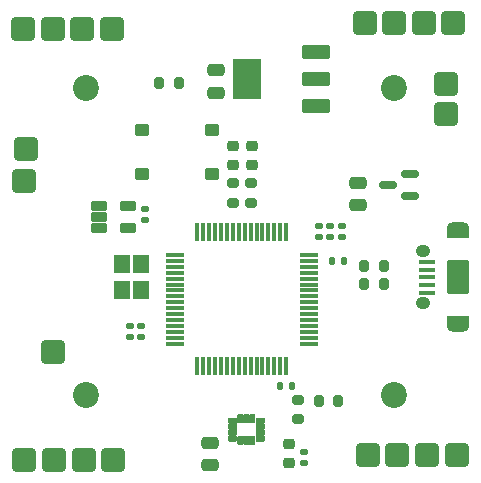
<source format=gbr>
%TF.GenerationSoftware,KiCad,Pcbnew,9.0.3*%
%TF.CreationDate,2025-08-28T18:14:41+08:00*%
%TF.ProjectId,STM_Board,53544d5f-426f-4617-9264-2e6b69636164,rev?*%
%TF.SameCoordinates,Original*%
%TF.FileFunction,Soldermask,Top*%
%TF.FilePolarity,Negative*%
%FSLAX46Y46*%
G04 Gerber Fmt 4.6, Leading zero omitted, Abs format (unit mm)*
G04 Created by KiCad (PCBNEW 9.0.3) date 2025-08-28 18:14:41*
%MOMM*%
%LPD*%
G01*
G04 APERTURE LIST*
G04 Aperture macros list*
%AMRoundRect*
0 Rectangle with rounded corners*
0 $1 Rounding radius*
0 $2 $3 $4 $5 $6 $7 $8 $9 X,Y pos of 4 corners*
0 Add a 4 corners polygon primitive as box body*
4,1,4,$2,$3,$4,$5,$6,$7,$8,$9,$2,$3,0*
0 Add four circle primitives for the rounded corners*
1,1,$1+$1,$2,$3*
1,1,$1+$1,$4,$5*
1,1,$1+$1,$6,$7*
1,1,$1+$1,$8,$9*
0 Add four rect primitives between the rounded corners*
20,1,$1+$1,$2,$3,$4,$5,0*
20,1,$1+$1,$4,$5,$6,$7,0*
20,1,$1+$1,$6,$7,$8,$9,0*
20,1,$1+$1,$8,$9,$2,$3,0*%
G04 Aperture macros list end*
%ADD10C,0.010000*%
%ADD11RoundRect,0.300000X-0.700000X0.700000X-0.700000X-0.700000X0.700000X-0.700000X0.700000X0.700000X0*%
%ADD12RoundRect,0.140000X0.170000X-0.140000X0.170000X0.140000X-0.170000X0.140000X-0.170000X-0.140000X0*%
%ADD13RoundRect,0.218750X-0.256250X0.218750X-0.256250X-0.218750X0.256250X-0.218750X0.256250X0.218750X0*%
%ADD14RoundRect,0.200000X-0.275000X0.200000X-0.275000X-0.200000X0.275000X-0.200000X0.275000X0.200000X0*%
%ADD15RoundRect,0.150000X0.587500X0.150000X-0.587500X0.150000X-0.587500X-0.150000X0.587500X-0.150000X0*%
%ADD16RoundRect,0.140000X-0.140000X-0.170000X0.140000X-0.170000X0.140000X0.170000X-0.140000X0.170000X0*%
%ADD17RoundRect,0.300000X-0.700000X-0.700000X0.700000X-0.700000X0.700000X0.700000X-0.700000X0.700000X0*%
%ADD18RoundRect,0.140000X-0.170000X0.140000X-0.170000X-0.140000X0.170000X-0.140000X0.170000X0.140000X0*%
%ADD19RoundRect,0.102000X0.600000X0.700000X-0.600000X0.700000X-0.600000X-0.700000X0.600000X-0.700000X0*%
%ADD20RoundRect,0.250000X-0.475000X0.250000X-0.475000X-0.250000X0.475000X-0.250000X0.475000X0.250000X0*%
%ADD21C,2.200000*%
%ADD22RoundRect,0.198500X-0.508500X-0.198500X0.508500X-0.198500X0.508500X0.198500X-0.508500X0.198500X0*%
%ADD23RoundRect,0.200000X-0.200000X-0.275000X0.200000X-0.275000X0.200000X0.275000X-0.200000X0.275000X0*%
%ADD24RoundRect,0.102000X0.500000X0.375000X-0.500000X0.375000X-0.500000X-0.375000X0.500000X-0.375000X0*%
%ADD25RoundRect,0.200000X0.200000X0.275000X-0.200000X0.275000X-0.200000X-0.275000X0.200000X-0.275000X0*%
%ADD26RoundRect,0.300000X0.700000X-0.700000X0.700000X0.700000X-0.700000X0.700000X-0.700000X-0.700000X0*%
%ADD27RoundRect,0.100000X0.575000X-0.100000X0.575000X0.100000X-0.575000X0.100000X-0.575000X-0.100000X0*%
%ADD28O,1.900000X1.000000*%
%ADD29R,1.900000X0.875000*%
%ADD30O,1.250000X1.050000*%
%ADD31RoundRect,0.250000X0.700000X-1.200000X0.700000X1.200000X-0.700000X1.200000X-0.700000X-1.200000X0*%
%ADD32RoundRect,0.102000X1.075000X0.500000X-1.075000X0.500000X-1.075000X-0.500000X1.075000X-0.500000X0*%
%ADD33RoundRect,0.102000X1.075000X1.625000X-1.075000X1.625000X-1.075000X-1.625000X1.075000X-1.625000X0*%
%ADD34RoundRect,0.225000X0.250000X-0.225000X0.250000X0.225000X-0.250000X0.225000X-0.250000X-0.225000X0*%
%ADD35RoundRect,0.075000X-0.700000X-0.075000X0.700000X-0.075000X0.700000X0.075000X-0.700000X0.075000X0*%
%ADD36RoundRect,0.075000X-0.075000X-0.700000X0.075000X-0.700000X0.075000X0.700000X-0.075000X0.700000X0*%
G04 APERTURE END LIST*
D10*
%TO.C,U4*%
X144763000Y-85891000D02*
X144770000Y-85892000D01*
X144776000Y-85893000D01*
X144782000Y-85894000D01*
X144789000Y-85896000D01*
X144795000Y-85898000D01*
X144801000Y-85901000D01*
X144807000Y-85904000D01*
X144813000Y-85907000D01*
X144818000Y-85910000D01*
X144823000Y-85914000D01*
X144829000Y-85918000D01*
X144834000Y-85922000D01*
X144838000Y-85927000D01*
X144843000Y-85931000D01*
X144847000Y-85936000D01*
X144851000Y-85942000D01*
X144855000Y-85947000D01*
X144858000Y-85953000D01*
X144861000Y-85958000D01*
X144864000Y-85964000D01*
X144867000Y-85970000D01*
X144869000Y-85976000D01*
X144871000Y-85983000D01*
X144872000Y-85989000D01*
X144873000Y-85995000D01*
X144874000Y-86002000D01*
X144875000Y-86008000D01*
X144875000Y-86015000D01*
X144875000Y-86215000D01*
X144875000Y-86222000D01*
X144874000Y-86228000D01*
X144873000Y-86235000D01*
X144872000Y-86241000D01*
X144871000Y-86247000D01*
X144869000Y-86254000D01*
X144867000Y-86260000D01*
X144864000Y-86266000D01*
X144861000Y-86272000D01*
X144858000Y-86277000D01*
X144855000Y-86283000D01*
X144851000Y-86288000D01*
X144847000Y-86294000D01*
X144843000Y-86299000D01*
X144838000Y-86303000D01*
X144834000Y-86308000D01*
X144829000Y-86312000D01*
X144823000Y-86316000D01*
X144818000Y-86320000D01*
X144813000Y-86323000D01*
X144807000Y-86326000D01*
X144801000Y-86329000D01*
X144795000Y-86332000D01*
X144789000Y-86334000D01*
X144782000Y-86336000D01*
X144776000Y-86337000D01*
X144770000Y-86338000D01*
X144763000Y-86339000D01*
X144757000Y-86340000D01*
X144750000Y-86340000D01*
X144310000Y-86340000D01*
X144303000Y-86340000D01*
X144297000Y-86339000D01*
X144290000Y-86338000D01*
X144284000Y-86337000D01*
X144278000Y-86336000D01*
X144271000Y-86334000D01*
X144265000Y-86332000D01*
X144259000Y-86329000D01*
X144253000Y-86326000D01*
X144247000Y-86323000D01*
X144242000Y-86320000D01*
X144237000Y-86316000D01*
X144231000Y-86312000D01*
X144226000Y-86308000D01*
X144222000Y-86303000D01*
X144217000Y-86299000D01*
X144213000Y-86294000D01*
X144209000Y-86288000D01*
X144205000Y-86283000D01*
X144202000Y-86277000D01*
X144199000Y-86272000D01*
X144196000Y-86266000D01*
X144193000Y-86260000D01*
X144191000Y-86254000D01*
X144189000Y-86247000D01*
X144188000Y-86241000D01*
X144187000Y-86235000D01*
X144186000Y-86228000D01*
X144185000Y-86222000D01*
X144185000Y-86215000D01*
X144185000Y-86015000D01*
X144185000Y-86008000D01*
X144186000Y-86002000D01*
X144187000Y-85995000D01*
X144188000Y-85989000D01*
X144189000Y-85983000D01*
X144191000Y-85976000D01*
X144193000Y-85970000D01*
X144196000Y-85964000D01*
X144199000Y-85958000D01*
X144202000Y-85953000D01*
X144205000Y-85947000D01*
X144209000Y-85942000D01*
X144213000Y-85936000D01*
X144217000Y-85931000D01*
X144222000Y-85927000D01*
X144226000Y-85922000D01*
X144231000Y-85918000D01*
X144237000Y-85914000D01*
X144242000Y-85910000D01*
X144247000Y-85907000D01*
X144253000Y-85904000D01*
X144259000Y-85901000D01*
X144265000Y-85898000D01*
X144271000Y-85896000D01*
X144278000Y-85894000D01*
X144284000Y-85893000D01*
X144290000Y-85892000D01*
X144297000Y-85891000D01*
X144303000Y-85890000D01*
X144310000Y-85890000D01*
X144750000Y-85890000D01*
X144757000Y-85890000D01*
X144763000Y-85891000D01*
G36*
X144763000Y-85891000D02*
G01*
X144770000Y-85892000D01*
X144776000Y-85893000D01*
X144782000Y-85894000D01*
X144789000Y-85896000D01*
X144795000Y-85898000D01*
X144801000Y-85901000D01*
X144807000Y-85904000D01*
X144813000Y-85907000D01*
X144818000Y-85910000D01*
X144823000Y-85914000D01*
X144829000Y-85918000D01*
X144834000Y-85922000D01*
X144838000Y-85927000D01*
X144843000Y-85931000D01*
X144847000Y-85936000D01*
X144851000Y-85942000D01*
X144855000Y-85947000D01*
X144858000Y-85953000D01*
X144861000Y-85958000D01*
X144864000Y-85964000D01*
X144867000Y-85970000D01*
X144869000Y-85976000D01*
X144871000Y-85983000D01*
X144872000Y-85989000D01*
X144873000Y-85995000D01*
X144874000Y-86002000D01*
X144875000Y-86008000D01*
X144875000Y-86015000D01*
X144875000Y-86215000D01*
X144875000Y-86222000D01*
X144874000Y-86228000D01*
X144873000Y-86235000D01*
X144872000Y-86241000D01*
X144871000Y-86247000D01*
X144869000Y-86254000D01*
X144867000Y-86260000D01*
X144864000Y-86266000D01*
X144861000Y-86272000D01*
X144858000Y-86277000D01*
X144855000Y-86283000D01*
X144851000Y-86288000D01*
X144847000Y-86294000D01*
X144843000Y-86299000D01*
X144838000Y-86303000D01*
X144834000Y-86308000D01*
X144829000Y-86312000D01*
X144823000Y-86316000D01*
X144818000Y-86320000D01*
X144813000Y-86323000D01*
X144807000Y-86326000D01*
X144801000Y-86329000D01*
X144795000Y-86332000D01*
X144789000Y-86334000D01*
X144782000Y-86336000D01*
X144776000Y-86337000D01*
X144770000Y-86338000D01*
X144763000Y-86339000D01*
X144757000Y-86340000D01*
X144750000Y-86340000D01*
X144310000Y-86340000D01*
X144303000Y-86340000D01*
X144297000Y-86339000D01*
X144290000Y-86338000D01*
X144284000Y-86337000D01*
X144278000Y-86336000D01*
X144271000Y-86334000D01*
X144265000Y-86332000D01*
X144259000Y-86329000D01*
X144253000Y-86326000D01*
X144247000Y-86323000D01*
X144242000Y-86320000D01*
X144237000Y-86316000D01*
X144231000Y-86312000D01*
X144226000Y-86308000D01*
X144222000Y-86303000D01*
X144217000Y-86299000D01*
X144213000Y-86294000D01*
X144209000Y-86288000D01*
X144205000Y-86283000D01*
X144202000Y-86277000D01*
X144199000Y-86272000D01*
X144196000Y-86266000D01*
X144193000Y-86260000D01*
X144191000Y-86254000D01*
X144189000Y-86247000D01*
X144188000Y-86241000D01*
X144187000Y-86235000D01*
X144186000Y-86228000D01*
X144185000Y-86222000D01*
X144185000Y-86215000D01*
X144185000Y-86015000D01*
X144185000Y-86008000D01*
X144186000Y-86002000D01*
X144187000Y-85995000D01*
X144188000Y-85989000D01*
X144189000Y-85983000D01*
X144191000Y-85976000D01*
X144193000Y-85970000D01*
X144196000Y-85964000D01*
X144199000Y-85958000D01*
X144202000Y-85953000D01*
X144205000Y-85947000D01*
X144209000Y-85942000D01*
X144213000Y-85936000D01*
X144217000Y-85931000D01*
X144222000Y-85927000D01*
X144226000Y-85922000D01*
X144231000Y-85918000D01*
X144237000Y-85914000D01*
X144242000Y-85910000D01*
X144247000Y-85907000D01*
X144253000Y-85904000D01*
X144259000Y-85901000D01*
X144265000Y-85898000D01*
X144271000Y-85896000D01*
X144278000Y-85894000D01*
X144284000Y-85893000D01*
X144290000Y-85892000D01*
X144297000Y-85891000D01*
X144303000Y-85890000D01*
X144310000Y-85890000D01*
X144750000Y-85890000D01*
X144757000Y-85890000D01*
X144763000Y-85891000D01*
G37*
X144763000Y-86391000D02*
X144770000Y-86392000D01*
X144776000Y-86393000D01*
X144782000Y-86394000D01*
X144789000Y-86396000D01*
X144795000Y-86398000D01*
X144801000Y-86401000D01*
X144807000Y-86404000D01*
X144813000Y-86407000D01*
X144818000Y-86410000D01*
X144823000Y-86414000D01*
X144829000Y-86418000D01*
X144834000Y-86422000D01*
X144838000Y-86427000D01*
X144843000Y-86431000D01*
X144847000Y-86436000D01*
X144851000Y-86442000D01*
X144855000Y-86447000D01*
X144858000Y-86453000D01*
X144861000Y-86458000D01*
X144864000Y-86464000D01*
X144867000Y-86470000D01*
X144869000Y-86476000D01*
X144871000Y-86483000D01*
X144872000Y-86489000D01*
X144873000Y-86495000D01*
X144874000Y-86502000D01*
X144875000Y-86508000D01*
X144875000Y-86515000D01*
X144875000Y-86715000D01*
X144875000Y-86722000D01*
X144874000Y-86728000D01*
X144873000Y-86735000D01*
X144872000Y-86741000D01*
X144871000Y-86747000D01*
X144869000Y-86754000D01*
X144867000Y-86760000D01*
X144864000Y-86766000D01*
X144861000Y-86772000D01*
X144858000Y-86777000D01*
X144855000Y-86783000D01*
X144851000Y-86788000D01*
X144847000Y-86794000D01*
X144843000Y-86799000D01*
X144838000Y-86803000D01*
X144834000Y-86808000D01*
X144829000Y-86812000D01*
X144823000Y-86816000D01*
X144818000Y-86820000D01*
X144813000Y-86823000D01*
X144807000Y-86826000D01*
X144801000Y-86829000D01*
X144795000Y-86832000D01*
X144789000Y-86834000D01*
X144782000Y-86836000D01*
X144776000Y-86837000D01*
X144770000Y-86838000D01*
X144763000Y-86839000D01*
X144757000Y-86840000D01*
X144750000Y-86840000D01*
X144310000Y-86840000D01*
X144303000Y-86840000D01*
X144297000Y-86839000D01*
X144290000Y-86838000D01*
X144284000Y-86837000D01*
X144278000Y-86836000D01*
X144271000Y-86834000D01*
X144265000Y-86832000D01*
X144259000Y-86829000D01*
X144253000Y-86826000D01*
X144247000Y-86823000D01*
X144242000Y-86820000D01*
X144237000Y-86816000D01*
X144231000Y-86812000D01*
X144226000Y-86808000D01*
X144222000Y-86803000D01*
X144217000Y-86799000D01*
X144213000Y-86794000D01*
X144209000Y-86788000D01*
X144205000Y-86783000D01*
X144202000Y-86777000D01*
X144199000Y-86772000D01*
X144196000Y-86766000D01*
X144193000Y-86760000D01*
X144191000Y-86754000D01*
X144189000Y-86747000D01*
X144188000Y-86741000D01*
X144187000Y-86735000D01*
X144186000Y-86728000D01*
X144185000Y-86722000D01*
X144185000Y-86715000D01*
X144185000Y-86515000D01*
X144185000Y-86508000D01*
X144186000Y-86502000D01*
X144187000Y-86495000D01*
X144188000Y-86489000D01*
X144189000Y-86483000D01*
X144191000Y-86476000D01*
X144193000Y-86470000D01*
X144196000Y-86464000D01*
X144199000Y-86458000D01*
X144202000Y-86453000D01*
X144205000Y-86447000D01*
X144209000Y-86442000D01*
X144213000Y-86436000D01*
X144217000Y-86431000D01*
X144222000Y-86427000D01*
X144226000Y-86422000D01*
X144231000Y-86418000D01*
X144237000Y-86414000D01*
X144242000Y-86410000D01*
X144247000Y-86407000D01*
X144253000Y-86404000D01*
X144259000Y-86401000D01*
X144265000Y-86398000D01*
X144271000Y-86396000D01*
X144278000Y-86394000D01*
X144284000Y-86393000D01*
X144290000Y-86392000D01*
X144297000Y-86391000D01*
X144303000Y-86390000D01*
X144310000Y-86390000D01*
X144750000Y-86390000D01*
X144757000Y-86390000D01*
X144763000Y-86391000D01*
G36*
X144763000Y-86391000D02*
G01*
X144770000Y-86392000D01*
X144776000Y-86393000D01*
X144782000Y-86394000D01*
X144789000Y-86396000D01*
X144795000Y-86398000D01*
X144801000Y-86401000D01*
X144807000Y-86404000D01*
X144813000Y-86407000D01*
X144818000Y-86410000D01*
X144823000Y-86414000D01*
X144829000Y-86418000D01*
X144834000Y-86422000D01*
X144838000Y-86427000D01*
X144843000Y-86431000D01*
X144847000Y-86436000D01*
X144851000Y-86442000D01*
X144855000Y-86447000D01*
X144858000Y-86453000D01*
X144861000Y-86458000D01*
X144864000Y-86464000D01*
X144867000Y-86470000D01*
X144869000Y-86476000D01*
X144871000Y-86483000D01*
X144872000Y-86489000D01*
X144873000Y-86495000D01*
X144874000Y-86502000D01*
X144875000Y-86508000D01*
X144875000Y-86515000D01*
X144875000Y-86715000D01*
X144875000Y-86722000D01*
X144874000Y-86728000D01*
X144873000Y-86735000D01*
X144872000Y-86741000D01*
X144871000Y-86747000D01*
X144869000Y-86754000D01*
X144867000Y-86760000D01*
X144864000Y-86766000D01*
X144861000Y-86772000D01*
X144858000Y-86777000D01*
X144855000Y-86783000D01*
X144851000Y-86788000D01*
X144847000Y-86794000D01*
X144843000Y-86799000D01*
X144838000Y-86803000D01*
X144834000Y-86808000D01*
X144829000Y-86812000D01*
X144823000Y-86816000D01*
X144818000Y-86820000D01*
X144813000Y-86823000D01*
X144807000Y-86826000D01*
X144801000Y-86829000D01*
X144795000Y-86832000D01*
X144789000Y-86834000D01*
X144782000Y-86836000D01*
X144776000Y-86837000D01*
X144770000Y-86838000D01*
X144763000Y-86839000D01*
X144757000Y-86840000D01*
X144750000Y-86840000D01*
X144310000Y-86840000D01*
X144303000Y-86840000D01*
X144297000Y-86839000D01*
X144290000Y-86838000D01*
X144284000Y-86837000D01*
X144278000Y-86836000D01*
X144271000Y-86834000D01*
X144265000Y-86832000D01*
X144259000Y-86829000D01*
X144253000Y-86826000D01*
X144247000Y-86823000D01*
X144242000Y-86820000D01*
X144237000Y-86816000D01*
X144231000Y-86812000D01*
X144226000Y-86808000D01*
X144222000Y-86803000D01*
X144217000Y-86799000D01*
X144213000Y-86794000D01*
X144209000Y-86788000D01*
X144205000Y-86783000D01*
X144202000Y-86777000D01*
X144199000Y-86772000D01*
X144196000Y-86766000D01*
X144193000Y-86760000D01*
X144191000Y-86754000D01*
X144189000Y-86747000D01*
X144188000Y-86741000D01*
X144187000Y-86735000D01*
X144186000Y-86728000D01*
X144185000Y-86722000D01*
X144185000Y-86715000D01*
X144185000Y-86515000D01*
X144185000Y-86508000D01*
X144186000Y-86502000D01*
X144187000Y-86495000D01*
X144188000Y-86489000D01*
X144189000Y-86483000D01*
X144191000Y-86476000D01*
X144193000Y-86470000D01*
X144196000Y-86464000D01*
X144199000Y-86458000D01*
X144202000Y-86453000D01*
X144205000Y-86447000D01*
X144209000Y-86442000D01*
X144213000Y-86436000D01*
X144217000Y-86431000D01*
X144222000Y-86427000D01*
X144226000Y-86422000D01*
X144231000Y-86418000D01*
X144237000Y-86414000D01*
X144242000Y-86410000D01*
X144247000Y-86407000D01*
X144253000Y-86404000D01*
X144259000Y-86401000D01*
X144265000Y-86398000D01*
X144271000Y-86396000D01*
X144278000Y-86394000D01*
X144284000Y-86393000D01*
X144290000Y-86392000D01*
X144297000Y-86391000D01*
X144303000Y-86390000D01*
X144310000Y-86390000D01*
X144750000Y-86390000D01*
X144757000Y-86390000D01*
X144763000Y-86391000D01*
G37*
X144763000Y-86891000D02*
X144770000Y-86892000D01*
X144776000Y-86893000D01*
X144782000Y-86894000D01*
X144789000Y-86896000D01*
X144795000Y-86898000D01*
X144801000Y-86901000D01*
X144807000Y-86904000D01*
X144813000Y-86907000D01*
X144818000Y-86910000D01*
X144823000Y-86914000D01*
X144829000Y-86918000D01*
X144834000Y-86922000D01*
X144838000Y-86927000D01*
X144843000Y-86931000D01*
X144847000Y-86936000D01*
X144851000Y-86942000D01*
X144855000Y-86947000D01*
X144858000Y-86953000D01*
X144861000Y-86958000D01*
X144864000Y-86964000D01*
X144867000Y-86970000D01*
X144869000Y-86976000D01*
X144871000Y-86983000D01*
X144872000Y-86989000D01*
X144873000Y-86995000D01*
X144874000Y-87002000D01*
X144875000Y-87008000D01*
X144875000Y-87015000D01*
X144875000Y-87215000D01*
X144875000Y-87222000D01*
X144874000Y-87228000D01*
X144873000Y-87235000D01*
X144872000Y-87241000D01*
X144871000Y-87247000D01*
X144869000Y-87254000D01*
X144867000Y-87260000D01*
X144864000Y-87266000D01*
X144861000Y-87272000D01*
X144858000Y-87277000D01*
X144855000Y-87283000D01*
X144851000Y-87288000D01*
X144847000Y-87294000D01*
X144843000Y-87299000D01*
X144838000Y-87303000D01*
X144834000Y-87308000D01*
X144829000Y-87312000D01*
X144823000Y-87316000D01*
X144818000Y-87320000D01*
X144813000Y-87323000D01*
X144807000Y-87326000D01*
X144801000Y-87329000D01*
X144795000Y-87332000D01*
X144789000Y-87334000D01*
X144782000Y-87336000D01*
X144776000Y-87337000D01*
X144770000Y-87338000D01*
X144763000Y-87339000D01*
X144757000Y-87340000D01*
X144750000Y-87340000D01*
X144310000Y-87340000D01*
X144303000Y-87340000D01*
X144297000Y-87339000D01*
X144290000Y-87338000D01*
X144284000Y-87337000D01*
X144278000Y-87336000D01*
X144271000Y-87334000D01*
X144265000Y-87332000D01*
X144259000Y-87329000D01*
X144253000Y-87326000D01*
X144247000Y-87323000D01*
X144242000Y-87320000D01*
X144237000Y-87316000D01*
X144231000Y-87312000D01*
X144226000Y-87308000D01*
X144222000Y-87303000D01*
X144217000Y-87299000D01*
X144213000Y-87294000D01*
X144209000Y-87288000D01*
X144205000Y-87283000D01*
X144202000Y-87277000D01*
X144199000Y-87272000D01*
X144196000Y-87266000D01*
X144193000Y-87260000D01*
X144191000Y-87254000D01*
X144189000Y-87247000D01*
X144188000Y-87241000D01*
X144187000Y-87235000D01*
X144186000Y-87228000D01*
X144185000Y-87222000D01*
X144185000Y-87215000D01*
X144185000Y-87015000D01*
X144185000Y-87008000D01*
X144186000Y-87002000D01*
X144187000Y-86995000D01*
X144188000Y-86989000D01*
X144189000Y-86983000D01*
X144191000Y-86976000D01*
X144193000Y-86970000D01*
X144196000Y-86964000D01*
X144199000Y-86958000D01*
X144202000Y-86953000D01*
X144205000Y-86947000D01*
X144209000Y-86942000D01*
X144213000Y-86936000D01*
X144217000Y-86931000D01*
X144222000Y-86927000D01*
X144226000Y-86922000D01*
X144231000Y-86918000D01*
X144237000Y-86914000D01*
X144242000Y-86910000D01*
X144247000Y-86907000D01*
X144253000Y-86904000D01*
X144259000Y-86901000D01*
X144265000Y-86898000D01*
X144271000Y-86896000D01*
X144278000Y-86894000D01*
X144284000Y-86893000D01*
X144290000Y-86892000D01*
X144297000Y-86891000D01*
X144303000Y-86890000D01*
X144310000Y-86890000D01*
X144750000Y-86890000D01*
X144757000Y-86890000D01*
X144763000Y-86891000D01*
G36*
X144763000Y-86891000D02*
G01*
X144770000Y-86892000D01*
X144776000Y-86893000D01*
X144782000Y-86894000D01*
X144789000Y-86896000D01*
X144795000Y-86898000D01*
X144801000Y-86901000D01*
X144807000Y-86904000D01*
X144813000Y-86907000D01*
X144818000Y-86910000D01*
X144823000Y-86914000D01*
X144829000Y-86918000D01*
X144834000Y-86922000D01*
X144838000Y-86927000D01*
X144843000Y-86931000D01*
X144847000Y-86936000D01*
X144851000Y-86942000D01*
X144855000Y-86947000D01*
X144858000Y-86953000D01*
X144861000Y-86958000D01*
X144864000Y-86964000D01*
X144867000Y-86970000D01*
X144869000Y-86976000D01*
X144871000Y-86983000D01*
X144872000Y-86989000D01*
X144873000Y-86995000D01*
X144874000Y-87002000D01*
X144875000Y-87008000D01*
X144875000Y-87015000D01*
X144875000Y-87215000D01*
X144875000Y-87222000D01*
X144874000Y-87228000D01*
X144873000Y-87235000D01*
X144872000Y-87241000D01*
X144871000Y-87247000D01*
X144869000Y-87254000D01*
X144867000Y-87260000D01*
X144864000Y-87266000D01*
X144861000Y-87272000D01*
X144858000Y-87277000D01*
X144855000Y-87283000D01*
X144851000Y-87288000D01*
X144847000Y-87294000D01*
X144843000Y-87299000D01*
X144838000Y-87303000D01*
X144834000Y-87308000D01*
X144829000Y-87312000D01*
X144823000Y-87316000D01*
X144818000Y-87320000D01*
X144813000Y-87323000D01*
X144807000Y-87326000D01*
X144801000Y-87329000D01*
X144795000Y-87332000D01*
X144789000Y-87334000D01*
X144782000Y-87336000D01*
X144776000Y-87337000D01*
X144770000Y-87338000D01*
X144763000Y-87339000D01*
X144757000Y-87340000D01*
X144750000Y-87340000D01*
X144310000Y-87340000D01*
X144303000Y-87340000D01*
X144297000Y-87339000D01*
X144290000Y-87338000D01*
X144284000Y-87337000D01*
X144278000Y-87336000D01*
X144271000Y-87334000D01*
X144265000Y-87332000D01*
X144259000Y-87329000D01*
X144253000Y-87326000D01*
X144247000Y-87323000D01*
X144242000Y-87320000D01*
X144237000Y-87316000D01*
X144231000Y-87312000D01*
X144226000Y-87308000D01*
X144222000Y-87303000D01*
X144217000Y-87299000D01*
X144213000Y-87294000D01*
X144209000Y-87288000D01*
X144205000Y-87283000D01*
X144202000Y-87277000D01*
X144199000Y-87272000D01*
X144196000Y-87266000D01*
X144193000Y-87260000D01*
X144191000Y-87254000D01*
X144189000Y-87247000D01*
X144188000Y-87241000D01*
X144187000Y-87235000D01*
X144186000Y-87228000D01*
X144185000Y-87222000D01*
X144185000Y-87215000D01*
X144185000Y-87015000D01*
X144185000Y-87008000D01*
X144186000Y-87002000D01*
X144187000Y-86995000D01*
X144188000Y-86989000D01*
X144189000Y-86983000D01*
X144191000Y-86976000D01*
X144193000Y-86970000D01*
X144196000Y-86964000D01*
X144199000Y-86958000D01*
X144202000Y-86953000D01*
X144205000Y-86947000D01*
X144209000Y-86942000D01*
X144213000Y-86936000D01*
X144217000Y-86931000D01*
X144222000Y-86927000D01*
X144226000Y-86922000D01*
X144231000Y-86918000D01*
X144237000Y-86914000D01*
X144242000Y-86910000D01*
X144247000Y-86907000D01*
X144253000Y-86904000D01*
X144259000Y-86901000D01*
X144265000Y-86898000D01*
X144271000Y-86896000D01*
X144278000Y-86894000D01*
X144284000Y-86893000D01*
X144290000Y-86892000D01*
X144297000Y-86891000D01*
X144303000Y-86890000D01*
X144310000Y-86890000D01*
X144750000Y-86890000D01*
X144757000Y-86890000D01*
X144763000Y-86891000D01*
G37*
X144763000Y-87391000D02*
X144770000Y-87392000D01*
X144776000Y-87393000D01*
X144782000Y-87394000D01*
X144789000Y-87396000D01*
X144795000Y-87398000D01*
X144801000Y-87401000D01*
X144807000Y-87404000D01*
X144813000Y-87407000D01*
X144818000Y-87410000D01*
X144823000Y-87414000D01*
X144829000Y-87418000D01*
X144834000Y-87422000D01*
X144838000Y-87427000D01*
X144843000Y-87431000D01*
X144847000Y-87436000D01*
X144851000Y-87442000D01*
X144855000Y-87447000D01*
X144858000Y-87453000D01*
X144861000Y-87458000D01*
X144864000Y-87464000D01*
X144867000Y-87470000D01*
X144869000Y-87476000D01*
X144871000Y-87483000D01*
X144872000Y-87489000D01*
X144873000Y-87495000D01*
X144874000Y-87502000D01*
X144875000Y-87508000D01*
X144875000Y-87515000D01*
X144875000Y-87715000D01*
X144875000Y-87722000D01*
X144874000Y-87728000D01*
X144873000Y-87735000D01*
X144872000Y-87741000D01*
X144871000Y-87747000D01*
X144869000Y-87754000D01*
X144867000Y-87760000D01*
X144864000Y-87766000D01*
X144861000Y-87772000D01*
X144858000Y-87777000D01*
X144855000Y-87783000D01*
X144851000Y-87788000D01*
X144847000Y-87794000D01*
X144843000Y-87799000D01*
X144838000Y-87803000D01*
X144834000Y-87808000D01*
X144829000Y-87812000D01*
X144823000Y-87816000D01*
X144818000Y-87820000D01*
X144813000Y-87823000D01*
X144807000Y-87826000D01*
X144801000Y-87829000D01*
X144795000Y-87832000D01*
X144789000Y-87834000D01*
X144782000Y-87836000D01*
X144776000Y-87837000D01*
X144770000Y-87838000D01*
X144763000Y-87839000D01*
X144757000Y-87840000D01*
X144750000Y-87840000D01*
X144310000Y-87840000D01*
X144303000Y-87840000D01*
X144297000Y-87839000D01*
X144290000Y-87838000D01*
X144284000Y-87837000D01*
X144278000Y-87836000D01*
X144271000Y-87834000D01*
X144265000Y-87832000D01*
X144259000Y-87829000D01*
X144253000Y-87826000D01*
X144247000Y-87823000D01*
X144242000Y-87820000D01*
X144237000Y-87816000D01*
X144231000Y-87812000D01*
X144226000Y-87808000D01*
X144222000Y-87803000D01*
X144217000Y-87799000D01*
X144213000Y-87794000D01*
X144209000Y-87788000D01*
X144205000Y-87783000D01*
X144202000Y-87777000D01*
X144199000Y-87772000D01*
X144196000Y-87766000D01*
X144193000Y-87760000D01*
X144191000Y-87754000D01*
X144189000Y-87747000D01*
X144188000Y-87741000D01*
X144187000Y-87735000D01*
X144186000Y-87728000D01*
X144185000Y-87722000D01*
X144185000Y-87715000D01*
X144185000Y-87515000D01*
X144185000Y-87508000D01*
X144186000Y-87502000D01*
X144187000Y-87495000D01*
X144188000Y-87489000D01*
X144189000Y-87483000D01*
X144191000Y-87476000D01*
X144193000Y-87470000D01*
X144196000Y-87464000D01*
X144199000Y-87458000D01*
X144202000Y-87453000D01*
X144205000Y-87447000D01*
X144209000Y-87442000D01*
X144213000Y-87436000D01*
X144217000Y-87431000D01*
X144222000Y-87427000D01*
X144226000Y-87422000D01*
X144231000Y-87418000D01*
X144237000Y-87414000D01*
X144242000Y-87410000D01*
X144247000Y-87407000D01*
X144253000Y-87404000D01*
X144259000Y-87401000D01*
X144265000Y-87398000D01*
X144271000Y-87396000D01*
X144278000Y-87394000D01*
X144284000Y-87393000D01*
X144290000Y-87392000D01*
X144297000Y-87391000D01*
X144303000Y-87390000D01*
X144310000Y-87390000D01*
X144750000Y-87390000D01*
X144757000Y-87390000D01*
X144763000Y-87391000D01*
G36*
X144763000Y-87391000D02*
G01*
X144770000Y-87392000D01*
X144776000Y-87393000D01*
X144782000Y-87394000D01*
X144789000Y-87396000D01*
X144795000Y-87398000D01*
X144801000Y-87401000D01*
X144807000Y-87404000D01*
X144813000Y-87407000D01*
X144818000Y-87410000D01*
X144823000Y-87414000D01*
X144829000Y-87418000D01*
X144834000Y-87422000D01*
X144838000Y-87427000D01*
X144843000Y-87431000D01*
X144847000Y-87436000D01*
X144851000Y-87442000D01*
X144855000Y-87447000D01*
X144858000Y-87453000D01*
X144861000Y-87458000D01*
X144864000Y-87464000D01*
X144867000Y-87470000D01*
X144869000Y-87476000D01*
X144871000Y-87483000D01*
X144872000Y-87489000D01*
X144873000Y-87495000D01*
X144874000Y-87502000D01*
X144875000Y-87508000D01*
X144875000Y-87515000D01*
X144875000Y-87715000D01*
X144875000Y-87722000D01*
X144874000Y-87728000D01*
X144873000Y-87735000D01*
X144872000Y-87741000D01*
X144871000Y-87747000D01*
X144869000Y-87754000D01*
X144867000Y-87760000D01*
X144864000Y-87766000D01*
X144861000Y-87772000D01*
X144858000Y-87777000D01*
X144855000Y-87783000D01*
X144851000Y-87788000D01*
X144847000Y-87794000D01*
X144843000Y-87799000D01*
X144838000Y-87803000D01*
X144834000Y-87808000D01*
X144829000Y-87812000D01*
X144823000Y-87816000D01*
X144818000Y-87820000D01*
X144813000Y-87823000D01*
X144807000Y-87826000D01*
X144801000Y-87829000D01*
X144795000Y-87832000D01*
X144789000Y-87834000D01*
X144782000Y-87836000D01*
X144776000Y-87837000D01*
X144770000Y-87838000D01*
X144763000Y-87839000D01*
X144757000Y-87840000D01*
X144750000Y-87840000D01*
X144310000Y-87840000D01*
X144303000Y-87840000D01*
X144297000Y-87839000D01*
X144290000Y-87838000D01*
X144284000Y-87837000D01*
X144278000Y-87836000D01*
X144271000Y-87834000D01*
X144265000Y-87832000D01*
X144259000Y-87829000D01*
X144253000Y-87826000D01*
X144247000Y-87823000D01*
X144242000Y-87820000D01*
X144237000Y-87816000D01*
X144231000Y-87812000D01*
X144226000Y-87808000D01*
X144222000Y-87803000D01*
X144217000Y-87799000D01*
X144213000Y-87794000D01*
X144209000Y-87788000D01*
X144205000Y-87783000D01*
X144202000Y-87777000D01*
X144199000Y-87772000D01*
X144196000Y-87766000D01*
X144193000Y-87760000D01*
X144191000Y-87754000D01*
X144189000Y-87747000D01*
X144188000Y-87741000D01*
X144187000Y-87735000D01*
X144186000Y-87728000D01*
X144185000Y-87722000D01*
X144185000Y-87715000D01*
X144185000Y-87515000D01*
X144185000Y-87508000D01*
X144186000Y-87502000D01*
X144187000Y-87495000D01*
X144188000Y-87489000D01*
X144189000Y-87483000D01*
X144191000Y-87476000D01*
X144193000Y-87470000D01*
X144196000Y-87464000D01*
X144199000Y-87458000D01*
X144202000Y-87453000D01*
X144205000Y-87447000D01*
X144209000Y-87442000D01*
X144213000Y-87436000D01*
X144217000Y-87431000D01*
X144222000Y-87427000D01*
X144226000Y-87422000D01*
X144231000Y-87418000D01*
X144237000Y-87414000D01*
X144242000Y-87410000D01*
X144247000Y-87407000D01*
X144253000Y-87404000D01*
X144259000Y-87401000D01*
X144265000Y-87398000D01*
X144271000Y-87396000D01*
X144278000Y-87394000D01*
X144284000Y-87393000D01*
X144290000Y-87392000D01*
X144297000Y-87391000D01*
X144303000Y-87390000D01*
X144310000Y-87390000D01*
X144750000Y-87390000D01*
X144757000Y-87390000D01*
X144763000Y-87391000D01*
G37*
X145308000Y-85606000D02*
X145315000Y-85607000D01*
X145321000Y-85608000D01*
X145327000Y-85609000D01*
X145334000Y-85611000D01*
X145340000Y-85613000D01*
X145346000Y-85616000D01*
X145352000Y-85619000D01*
X145357000Y-85622000D01*
X145363000Y-85625000D01*
X145368000Y-85629000D01*
X145374000Y-85633000D01*
X145379000Y-85637000D01*
X145383000Y-85642000D01*
X145388000Y-85646000D01*
X145392000Y-85651000D01*
X145396000Y-85657000D01*
X145400000Y-85662000D01*
X145403000Y-85667000D01*
X145406000Y-85673000D01*
X145409000Y-85679000D01*
X145412000Y-85685000D01*
X145414000Y-85691000D01*
X145416000Y-85698000D01*
X145417000Y-85704000D01*
X145418000Y-85710000D01*
X145419000Y-85717000D01*
X145420000Y-85723000D01*
X145420000Y-85730000D01*
X145420000Y-86170000D01*
X145420000Y-86177000D01*
X145419000Y-86183000D01*
X145418000Y-86190000D01*
X145417000Y-86196000D01*
X145416000Y-86202000D01*
X145414000Y-86209000D01*
X145412000Y-86215000D01*
X145409000Y-86221000D01*
X145406000Y-86227000D01*
X145403000Y-86233000D01*
X145400000Y-86238000D01*
X145396000Y-86243000D01*
X145392000Y-86249000D01*
X145388000Y-86254000D01*
X145383000Y-86258000D01*
X145379000Y-86263000D01*
X145374000Y-86267000D01*
X145368000Y-86271000D01*
X145363000Y-86275000D01*
X145357000Y-86278000D01*
X145352000Y-86281000D01*
X145346000Y-86284000D01*
X145340000Y-86287000D01*
X145334000Y-86289000D01*
X145327000Y-86291000D01*
X145321000Y-86292000D01*
X145315000Y-86293000D01*
X145308000Y-86294000D01*
X145302000Y-86295000D01*
X145295000Y-86295000D01*
X145095000Y-86295000D01*
X145088000Y-86295000D01*
X145082000Y-86294000D01*
X145075000Y-86293000D01*
X145069000Y-86292000D01*
X145063000Y-86291000D01*
X145056000Y-86289000D01*
X145050000Y-86287000D01*
X145044000Y-86284000D01*
X145038000Y-86281000D01*
X145032000Y-86278000D01*
X145027000Y-86275000D01*
X145022000Y-86271000D01*
X145016000Y-86267000D01*
X145011000Y-86263000D01*
X145007000Y-86258000D01*
X145002000Y-86254000D01*
X144998000Y-86249000D01*
X144994000Y-86243000D01*
X144990000Y-86238000D01*
X144987000Y-86233000D01*
X144984000Y-86227000D01*
X144981000Y-86221000D01*
X144978000Y-86215000D01*
X144976000Y-86209000D01*
X144974000Y-86202000D01*
X144973000Y-86196000D01*
X144972000Y-86190000D01*
X144971000Y-86183000D01*
X144970000Y-86177000D01*
X144970000Y-86170000D01*
X144970000Y-85730000D01*
X144970000Y-85723000D01*
X144971000Y-85717000D01*
X144972000Y-85710000D01*
X144973000Y-85704000D01*
X144974000Y-85698000D01*
X144976000Y-85691000D01*
X144978000Y-85685000D01*
X144981000Y-85679000D01*
X144984000Y-85673000D01*
X144987000Y-85667000D01*
X144990000Y-85662000D01*
X144994000Y-85657000D01*
X144998000Y-85651000D01*
X145002000Y-85646000D01*
X145007000Y-85642000D01*
X145011000Y-85637000D01*
X145016000Y-85633000D01*
X145022000Y-85629000D01*
X145027000Y-85625000D01*
X145033000Y-85622000D01*
X145038000Y-85619000D01*
X145044000Y-85616000D01*
X145050000Y-85613000D01*
X145056000Y-85611000D01*
X145063000Y-85609000D01*
X145069000Y-85608000D01*
X145075000Y-85607000D01*
X145082000Y-85606000D01*
X145088000Y-85605000D01*
X145095000Y-85605000D01*
X145295000Y-85605000D01*
X145302000Y-85605000D01*
X145308000Y-85606000D01*
G36*
X145308000Y-85606000D02*
G01*
X145315000Y-85607000D01*
X145321000Y-85608000D01*
X145327000Y-85609000D01*
X145334000Y-85611000D01*
X145340000Y-85613000D01*
X145346000Y-85616000D01*
X145352000Y-85619000D01*
X145357000Y-85622000D01*
X145363000Y-85625000D01*
X145368000Y-85629000D01*
X145374000Y-85633000D01*
X145379000Y-85637000D01*
X145383000Y-85642000D01*
X145388000Y-85646000D01*
X145392000Y-85651000D01*
X145396000Y-85657000D01*
X145400000Y-85662000D01*
X145403000Y-85667000D01*
X145406000Y-85673000D01*
X145409000Y-85679000D01*
X145412000Y-85685000D01*
X145414000Y-85691000D01*
X145416000Y-85698000D01*
X145417000Y-85704000D01*
X145418000Y-85710000D01*
X145419000Y-85717000D01*
X145420000Y-85723000D01*
X145420000Y-85730000D01*
X145420000Y-86170000D01*
X145420000Y-86177000D01*
X145419000Y-86183000D01*
X145418000Y-86190000D01*
X145417000Y-86196000D01*
X145416000Y-86202000D01*
X145414000Y-86209000D01*
X145412000Y-86215000D01*
X145409000Y-86221000D01*
X145406000Y-86227000D01*
X145403000Y-86233000D01*
X145400000Y-86238000D01*
X145396000Y-86243000D01*
X145392000Y-86249000D01*
X145388000Y-86254000D01*
X145383000Y-86258000D01*
X145379000Y-86263000D01*
X145374000Y-86267000D01*
X145368000Y-86271000D01*
X145363000Y-86275000D01*
X145357000Y-86278000D01*
X145352000Y-86281000D01*
X145346000Y-86284000D01*
X145340000Y-86287000D01*
X145334000Y-86289000D01*
X145327000Y-86291000D01*
X145321000Y-86292000D01*
X145315000Y-86293000D01*
X145308000Y-86294000D01*
X145302000Y-86295000D01*
X145295000Y-86295000D01*
X145095000Y-86295000D01*
X145088000Y-86295000D01*
X145082000Y-86294000D01*
X145075000Y-86293000D01*
X145069000Y-86292000D01*
X145063000Y-86291000D01*
X145056000Y-86289000D01*
X145050000Y-86287000D01*
X145044000Y-86284000D01*
X145038000Y-86281000D01*
X145032000Y-86278000D01*
X145027000Y-86275000D01*
X145022000Y-86271000D01*
X145016000Y-86267000D01*
X145011000Y-86263000D01*
X145007000Y-86258000D01*
X145002000Y-86254000D01*
X144998000Y-86249000D01*
X144994000Y-86243000D01*
X144990000Y-86238000D01*
X144987000Y-86233000D01*
X144984000Y-86227000D01*
X144981000Y-86221000D01*
X144978000Y-86215000D01*
X144976000Y-86209000D01*
X144974000Y-86202000D01*
X144973000Y-86196000D01*
X144972000Y-86190000D01*
X144971000Y-86183000D01*
X144970000Y-86177000D01*
X144970000Y-86170000D01*
X144970000Y-85730000D01*
X144970000Y-85723000D01*
X144971000Y-85717000D01*
X144972000Y-85710000D01*
X144973000Y-85704000D01*
X144974000Y-85698000D01*
X144976000Y-85691000D01*
X144978000Y-85685000D01*
X144981000Y-85679000D01*
X144984000Y-85673000D01*
X144987000Y-85667000D01*
X144990000Y-85662000D01*
X144994000Y-85657000D01*
X144998000Y-85651000D01*
X145002000Y-85646000D01*
X145007000Y-85642000D01*
X145011000Y-85637000D01*
X145016000Y-85633000D01*
X145022000Y-85629000D01*
X145027000Y-85625000D01*
X145033000Y-85622000D01*
X145038000Y-85619000D01*
X145044000Y-85616000D01*
X145050000Y-85613000D01*
X145056000Y-85611000D01*
X145063000Y-85609000D01*
X145069000Y-85608000D01*
X145075000Y-85607000D01*
X145082000Y-85606000D01*
X145088000Y-85605000D01*
X145095000Y-85605000D01*
X145295000Y-85605000D01*
X145302000Y-85605000D01*
X145308000Y-85606000D01*
G37*
X145308000Y-87436000D02*
X145315000Y-87437000D01*
X145321000Y-87438000D01*
X145327000Y-87439000D01*
X145334000Y-87441000D01*
X145340000Y-87443000D01*
X145346000Y-87446000D01*
X145352000Y-87449000D01*
X145357000Y-87452000D01*
X145363000Y-87455000D01*
X145368000Y-87459000D01*
X145374000Y-87463000D01*
X145379000Y-87467000D01*
X145383000Y-87472000D01*
X145388000Y-87476000D01*
X145392000Y-87481000D01*
X145396000Y-87487000D01*
X145400000Y-87492000D01*
X145403000Y-87497000D01*
X145406000Y-87503000D01*
X145409000Y-87509000D01*
X145412000Y-87515000D01*
X145414000Y-87521000D01*
X145416000Y-87528000D01*
X145417000Y-87534000D01*
X145418000Y-87540000D01*
X145419000Y-87547000D01*
X145420000Y-87553000D01*
X145420000Y-87560000D01*
X145420000Y-88000000D01*
X145420000Y-88007000D01*
X145419000Y-88013000D01*
X145418000Y-88020000D01*
X145417000Y-88026000D01*
X145416000Y-88032000D01*
X145414000Y-88039000D01*
X145412000Y-88045000D01*
X145409000Y-88051000D01*
X145406000Y-88057000D01*
X145403000Y-88063000D01*
X145400000Y-88068000D01*
X145396000Y-88073000D01*
X145392000Y-88079000D01*
X145388000Y-88084000D01*
X145383000Y-88088000D01*
X145379000Y-88093000D01*
X145374000Y-88097000D01*
X145368000Y-88101000D01*
X145363000Y-88105000D01*
X145357000Y-88108000D01*
X145352000Y-88111000D01*
X145346000Y-88114000D01*
X145340000Y-88117000D01*
X145334000Y-88119000D01*
X145327000Y-88121000D01*
X145321000Y-88122000D01*
X145315000Y-88123000D01*
X145308000Y-88124000D01*
X145302000Y-88125000D01*
X145295000Y-88125000D01*
X145095000Y-88125000D01*
X145088000Y-88125000D01*
X145082000Y-88124000D01*
X145075000Y-88123000D01*
X145069000Y-88122000D01*
X145063000Y-88121000D01*
X145056000Y-88119000D01*
X145050000Y-88117000D01*
X145044000Y-88114000D01*
X145038000Y-88111000D01*
X145032000Y-88108000D01*
X145027000Y-88105000D01*
X145022000Y-88101000D01*
X145016000Y-88097000D01*
X145011000Y-88093000D01*
X145007000Y-88088000D01*
X145002000Y-88084000D01*
X144998000Y-88079000D01*
X144994000Y-88073000D01*
X144990000Y-88068000D01*
X144987000Y-88063000D01*
X144984000Y-88057000D01*
X144981000Y-88051000D01*
X144978000Y-88045000D01*
X144976000Y-88039000D01*
X144974000Y-88032000D01*
X144973000Y-88026000D01*
X144972000Y-88020000D01*
X144971000Y-88013000D01*
X144970000Y-88007000D01*
X144970000Y-88000000D01*
X144970000Y-87560000D01*
X144970000Y-87553000D01*
X144971000Y-87547000D01*
X144972000Y-87540000D01*
X144973000Y-87534000D01*
X144974000Y-87528000D01*
X144976000Y-87521000D01*
X144978000Y-87515000D01*
X144981000Y-87509000D01*
X144984000Y-87503000D01*
X144987000Y-87497000D01*
X144990000Y-87492000D01*
X144994000Y-87487000D01*
X144998000Y-87481000D01*
X145002000Y-87476000D01*
X145007000Y-87472000D01*
X145011000Y-87467000D01*
X145016000Y-87463000D01*
X145022000Y-87459000D01*
X145027000Y-87455000D01*
X145033000Y-87452000D01*
X145038000Y-87449000D01*
X145044000Y-87446000D01*
X145050000Y-87443000D01*
X145056000Y-87441000D01*
X145063000Y-87439000D01*
X145069000Y-87438000D01*
X145075000Y-87437000D01*
X145082000Y-87436000D01*
X145088000Y-87435000D01*
X145095000Y-87435000D01*
X145295000Y-87435000D01*
X145302000Y-87435000D01*
X145308000Y-87436000D01*
G36*
X145308000Y-87436000D02*
G01*
X145315000Y-87437000D01*
X145321000Y-87438000D01*
X145327000Y-87439000D01*
X145334000Y-87441000D01*
X145340000Y-87443000D01*
X145346000Y-87446000D01*
X145352000Y-87449000D01*
X145357000Y-87452000D01*
X145363000Y-87455000D01*
X145368000Y-87459000D01*
X145374000Y-87463000D01*
X145379000Y-87467000D01*
X145383000Y-87472000D01*
X145388000Y-87476000D01*
X145392000Y-87481000D01*
X145396000Y-87487000D01*
X145400000Y-87492000D01*
X145403000Y-87497000D01*
X145406000Y-87503000D01*
X145409000Y-87509000D01*
X145412000Y-87515000D01*
X145414000Y-87521000D01*
X145416000Y-87528000D01*
X145417000Y-87534000D01*
X145418000Y-87540000D01*
X145419000Y-87547000D01*
X145420000Y-87553000D01*
X145420000Y-87560000D01*
X145420000Y-88000000D01*
X145420000Y-88007000D01*
X145419000Y-88013000D01*
X145418000Y-88020000D01*
X145417000Y-88026000D01*
X145416000Y-88032000D01*
X145414000Y-88039000D01*
X145412000Y-88045000D01*
X145409000Y-88051000D01*
X145406000Y-88057000D01*
X145403000Y-88063000D01*
X145400000Y-88068000D01*
X145396000Y-88073000D01*
X145392000Y-88079000D01*
X145388000Y-88084000D01*
X145383000Y-88088000D01*
X145379000Y-88093000D01*
X145374000Y-88097000D01*
X145368000Y-88101000D01*
X145363000Y-88105000D01*
X145357000Y-88108000D01*
X145352000Y-88111000D01*
X145346000Y-88114000D01*
X145340000Y-88117000D01*
X145334000Y-88119000D01*
X145327000Y-88121000D01*
X145321000Y-88122000D01*
X145315000Y-88123000D01*
X145308000Y-88124000D01*
X145302000Y-88125000D01*
X145295000Y-88125000D01*
X145095000Y-88125000D01*
X145088000Y-88125000D01*
X145082000Y-88124000D01*
X145075000Y-88123000D01*
X145069000Y-88122000D01*
X145063000Y-88121000D01*
X145056000Y-88119000D01*
X145050000Y-88117000D01*
X145044000Y-88114000D01*
X145038000Y-88111000D01*
X145032000Y-88108000D01*
X145027000Y-88105000D01*
X145022000Y-88101000D01*
X145016000Y-88097000D01*
X145011000Y-88093000D01*
X145007000Y-88088000D01*
X145002000Y-88084000D01*
X144998000Y-88079000D01*
X144994000Y-88073000D01*
X144990000Y-88068000D01*
X144987000Y-88063000D01*
X144984000Y-88057000D01*
X144981000Y-88051000D01*
X144978000Y-88045000D01*
X144976000Y-88039000D01*
X144974000Y-88032000D01*
X144973000Y-88026000D01*
X144972000Y-88020000D01*
X144971000Y-88013000D01*
X144970000Y-88007000D01*
X144970000Y-88000000D01*
X144970000Y-87560000D01*
X144970000Y-87553000D01*
X144971000Y-87547000D01*
X144972000Y-87540000D01*
X144973000Y-87534000D01*
X144974000Y-87528000D01*
X144976000Y-87521000D01*
X144978000Y-87515000D01*
X144981000Y-87509000D01*
X144984000Y-87503000D01*
X144987000Y-87497000D01*
X144990000Y-87492000D01*
X144994000Y-87487000D01*
X144998000Y-87481000D01*
X145002000Y-87476000D01*
X145007000Y-87472000D01*
X145011000Y-87467000D01*
X145016000Y-87463000D01*
X145022000Y-87459000D01*
X145027000Y-87455000D01*
X145033000Y-87452000D01*
X145038000Y-87449000D01*
X145044000Y-87446000D01*
X145050000Y-87443000D01*
X145056000Y-87441000D01*
X145063000Y-87439000D01*
X145069000Y-87438000D01*
X145075000Y-87437000D01*
X145082000Y-87436000D01*
X145088000Y-87435000D01*
X145095000Y-87435000D01*
X145295000Y-87435000D01*
X145302000Y-87435000D01*
X145308000Y-87436000D01*
G37*
X145808000Y-85606000D02*
X145815000Y-85607000D01*
X145821000Y-85608000D01*
X145827000Y-85609000D01*
X145834000Y-85611000D01*
X145840000Y-85613000D01*
X145846000Y-85616000D01*
X145852000Y-85619000D01*
X145858000Y-85622000D01*
X145863000Y-85625000D01*
X145868000Y-85629000D01*
X145874000Y-85633000D01*
X145879000Y-85637000D01*
X145883000Y-85642000D01*
X145888000Y-85646000D01*
X145892000Y-85651000D01*
X145896000Y-85657000D01*
X145900000Y-85662000D01*
X145903000Y-85667000D01*
X145906000Y-85673000D01*
X145909000Y-85679000D01*
X145912000Y-85685000D01*
X145914000Y-85691000D01*
X145916000Y-85698000D01*
X145917000Y-85704000D01*
X145918000Y-85710000D01*
X145919000Y-85717000D01*
X145920000Y-85723000D01*
X145920000Y-85730000D01*
X145920000Y-86170000D01*
X145920000Y-86177000D01*
X145919000Y-86183000D01*
X145918000Y-86190000D01*
X145917000Y-86196000D01*
X145916000Y-86202000D01*
X145914000Y-86209000D01*
X145912000Y-86215000D01*
X145909000Y-86221000D01*
X145906000Y-86227000D01*
X145903000Y-86233000D01*
X145900000Y-86238000D01*
X145896000Y-86243000D01*
X145892000Y-86249000D01*
X145888000Y-86254000D01*
X145883000Y-86258000D01*
X145879000Y-86263000D01*
X145874000Y-86267000D01*
X145868000Y-86271000D01*
X145863000Y-86275000D01*
X145858000Y-86278000D01*
X145852000Y-86281000D01*
X145846000Y-86284000D01*
X145840000Y-86287000D01*
X145834000Y-86289000D01*
X145827000Y-86291000D01*
X145821000Y-86292000D01*
X145815000Y-86293000D01*
X145808000Y-86294000D01*
X145802000Y-86295000D01*
X145795000Y-86295000D01*
X145595000Y-86295000D01*
X145588000Y-86295000D01*
X145582000Y-86294000D01*
X145575000Y-86293000D01*
X145569000Y-86292000D01*
X145563000Y-86291000D01*
X145556000Y-86289000D01*
X145550000Y-86287000D01*
X145544000Y-86284000D01*
X145538000Y-86281000D01*
X145532000Y-86278000D01*
X145527000Y-86275000D01*
X145522000Y-86271000D01*
X145516000Y-86267000D01*
X145511000Y-86263000D01*
X145507000Y-86258000D01*
X145502000Y-86254000D01*
X145498000Y-86249000D01*
X145494000Y-86243000D01*
X145490000Y-86238000D01*
X145487000Y-86233000D01*
X145484000Y-86227000D01*
X145481000Y-86221000D01*
X145478000Y-86215000D01*
X145476000Y-86209000D01*
X145474000Y-86202000D01*
X145473000Y-86196000D01*
X145472000Y-86190000D01*
X145471000Y-86183000D01*
X145470000Y-86177000D01*
X145470000Y-86170000D01*
X145470000Y-85730000D01*
X145470000Y-85723000D01*
X145471000Y-85717000D01*
X145472000Y-85710000D01*
X145473000Y-85704000D01*
X145474000Y-85698000D01*
X145476000Y-85691000D01*
X145478000Y-85685000D01*
X145481000Y-85679000D01*
X145484000Y-85673000D01*
X145487000Y-85667000D01*
X145490000Y-85662000D01*
X145494000Y-85657000D01*
X145498000Y-85651000D01*
X145502000Y-85646000D01*
X145507000Y-85642000D01*
X145511000Y-85637000D01*
X145516000Y-85633000D01*
X145522000Y-85629000D01*
X145527000Y-85625000D01*
X145533000Y-85622000D01*
X145538000Y-85619000D01*
X145544000Y-85616000D01*
X145550000Y-85613000D01*
X145556000Y-85611000D01*
X145563000Y-85609000D01*
X145569000Y-85608000D01*
X145575000Y-85607000D01*
X145582000Y-85606000D01*
X145588000Y-85605000D01*
X145595000Y-85605000D01*
X145795000Y-85605000D01*
X145802000Y-85605000D01*
X145808000Y-85606000D01*
G36*
X145808000Y-85606000D02*
G01*
X145815000Y-85607000D01*
X145821000Y-85608000D01*
X145827000Y-85609000D01*
X145834000Y-85611000D01*
X145840000Y-85613000D01*
X145846000Y-85616000D01*
X145852000Y-85619000D01*
X145858000Y-85622000D01*
X145863000Y-85625000D01*
X145868000Y-85629000D01*
X145874000Y-85633000D01*
X145879000Y-85637000D01*
X145883000Y-85642000D01*
X145888000Y-85646000D01*
X145892000Y-85651000D01*
X145896000Y-85657000D01*
X145900000Y-85662000D01*
X145903000Y-85667000D01*
X145906000Y-85673000D01*
X145909000Y-85679000D01*
X145912000Y-85685000D01*
X145914000Y-85691000D01*
X145916000Y-85698000D01*
X145917000Y-85704000D01*
X145918000Y-85710000D01*
X145919000Y-85717000D01*
X145920000Y-85723000D01*
X145920000Y-85730000D01*
X145920000Y-86170000D01*
X145920000Y-86177000D01*
X145919000Y-86183000D01*
X145918000Y-86190000D01*
X145917000Y-86196000D01*
X145916000Y-86202000D01*
X145914000Y-86209000D01*
X145912000Y-86215000D01*
X145909000Y-86221000D01*
X145906000Y-86227000D01*
X145903000Y-86233000D01*
X145900000Y-86238000D01*
X145896000Y-86243000D01*
X145892000Y-86249000D01*
X145888000Y-86254000D01*
X145883000Y-86258000D01*
X145879000Y-86263000D01*
X145874000Y-86267000D01*
X145868000Y-86271000D01*
X145863000Y-86275000D01*
X145858000Y-86278000D01*
X145852000Y-86281000D01*
X145846000Y-86284000D01*
X145840000Y-86287000D01*
X145834000Y-86289000D01*
X145827000Y-86291000D01*
X145821000Y-86292000D01*
X145815000Y-86293000D01*
X145808000Y-86294000D01*
X145802000Y-86295000D01*
X145795000Y-86295000D01*
X145595000Y-86295000D01*
X145588000Y-86295000D01*
X145582000Y-86294000D01*
X145575000Y-86293000D01*
X145569000Y-86292000D01*
X145563000Y-86291000D01*
X145556000Y-86289000D01*
X145550000Y-86287000D01*
X145544000Y-86284000D01*
X145538000Y-86281000D01*
X145532000Y-86278000D01*
X145527000Y-86275000D01*
X145522000Y-86271000D01*
X145516000Y-86267000D01*
X145511000Y-86263000D01*
X145507000Y-86258000D01*
X145502000Y-86254000D01*
X145498000Y-86249000D01*
X145494000Y-86243000D01*
X145490000Y-86238000D01*
X145487000Y-86233000D01*
X145484000Y-86227000D01*
X145481000Y-86221000D01*
X145478000Y-86215000D01*
X145476000Y-86209000D01*
X145474000Y-86202000D01*
X145473000Y-86196000D01*
X145472000Y-86190000D01*
X145471000Y-86183000D01*
X145470000Y-86177000D01*
X145470000Y-86170000D01*
X145470000Y-85730000D01*
X145470000Y-85723000D01*
X145471000Y-85717000D01*
X145472000Y-85710000D01*
X145473000Y-85704000D01*
X145474000Y-85698000D01*
X145476000Y-85691000D01*
X145478000Y-85685000D01*
X145481000Y-85679000D01*
X145484000Y-85673000D01*
X145487000Y-85667000D01*
X145490000Y-85662000D01*
X145494000Y-85657000D01*
X145498000Y-85651000D01*
X145502000Y-85646000D01*
X145507000Y-85642000D01*
X145511000Y-85637000D01*
X145516000Y-85633000D01*
X145522000Y-85629000D01*
X145527000Y-85625000D01*
X145533000Y-85622000D01*
X145538000Y-85619000D01*
X145544000Y-85616000D01*
X145550000Y-85613000D01*
X145556000Y-85611000D01*
X145563000Y-85609000D01*
X145569000Y-85608000D01*
X145575000Y-85607000D01*
X145582000Y-85606000D01*
X145588000Y-85605000D01*
X145595000Y-85605000D01*
X145795000Y-85605000D01*
X145802000Y-85605000D01*
X145808000Y-85606000D01*
G37*
X145808000Y-87436000D02*
X145815000Y-87437000D01*
X145821000Y-87438000D01*
X145827000Y-87439000D01*
X145834000Y-87441000D01*
X145840000Y-87443000D01*
X145846000Y-87446000D01*
X145852000Y-87449000D01*
X145858000Y-87452000D01*
X145863000Y-87455000D01*
X145868000Y-87459000D01*
X145874000Y-87463000D01*
X145879000Y-87467000D01*
X145883000Y-87472000D01*
X145888000Y-87476000D01*
X145892000Y-87481000D01*
X145896000Y-87487000D01*
X145900000Y-87492000D01*
X145903000Y-87497000D01*
X145906000Y-87503000D01*
X145909000Y-87509000D01*
X145912000Y-87515000D01*
X145914000Y-87521000D01*
X145916000Y-87528000D01*
X145917000Y-87534000D01*
X145918000Y-87540000D01*
X145919000Y-87547000D01*
X145920000Y-87553000D01*
X145920000Y-87560000D01*
X145920000Y-88000000D01*
X145920000Y-88007000D01*
X145919000Y-88013000D01*
X145918000Y-88020000D01*
X145917000Y-88026000D01*
X145916000Y-88032000D01*
X145914000Y-88039000D01*
X145912000Y-88045000D01*
X145909000Y-88051000D01*
X145906000Y-88057000D01*
X145903000Y-88063000D01*
X145900000Y-88068000D01*
X145896000Y-88073000D01*
X145892000Y-88079000D01*
X145888000Y-88084000D01*
X145883000Y-88088000D01*
X145879000Y-88093000D01*
X145874000Y-88097000D01*
X145868000Y-88101000D01*
X145863000Y-88105000D01*
X145858000Y-88108000D01*
X145852000Y-88111000D01*
X145846000Y-88114000D01*
X145840000Y-88117000D01*
X145834000Y-88119000D01*
X145827000Y-88121000D01*
X145821000Y-88122000D01*
X145815000Y-88123000D01*
X145808000Y-88124000D01*
X145802000Y-88125000D01*
X145795000Y-88125000D01*
X145595000Y-88125000D01*
X145588000Y-88125000D01*
X145582000Y-88124000D01*
X145575000Y-88123000D01*
X145569000Y-88122000D01*
X145563000Y-88121000D01*
X145556000Y-88119000D01*
X145550000Y-88117000D01*
X145544000Y-88114000D01*
X145538000Y-88111000D01*
X145532000Y-88108000D01*
X145527000Y-88105000D01*
X145522000Y-88101000D01*
X145516000Y-88097000D01*
X145511000Y-88093000D01*
X145507000Y-88088000D01*
X145502000Y-88084000D01*
X145498000Y-88079000D01*
X145494000Y-88073000D01*
X145490000Y-88068000D01*
X145487000Y-88063000D01*
X145484000Y-88057000D01*
X145481000Y-88051000D01*
X145478000Y-88045000D01*
X145476000Y-88039000D01*
X145474000Y-88032000D01*
X145473000Y-88026000D01*
X145472000Y-88020000D01*
X145471000Y-88013000D01*
X145470000Y-88007000D01*
X145470000Y-88000000D01*
X145470000Y-87560000D01*
X145470000Y-87553000D01*
X145471000Y-87547000D01*
X145472000Y-87540000D01*
X145473000Y-87534000D01*
X145474000Y-87528000D01*
X145476000Y-87521000D01*
X145478000Y-87515000D01*
X145481000Y-87509000D01*
X145484000Y-87503000D01*
X145487000Y-87497000D01*
X145490000Y-87492000D01*
X145494000Y-87487000D01*
X145498000Y-87481000D01*
X145502000Y-87476000D01*
X145507000Y-87472000D01*
X145511000Y-87467000D01*
X145516000Y-87463000D01*
X145522000Y-87459000D01*
X145527000Y-87455000D01*
X145533000Y-87452000D01*
X145538000Y-87449000D01*
X145544000Y-87446000D01*
X145550000Y-87443000D01*
X145556000Y-87441000D01*
X145563000Y-87439000D01*
X145569000Y-87438000D01*
X145575000Y-87437000D01*
X145582000Y-87436000D01*
X145588000Y-87435000D01*
X145595000Y-87435000D01*
X145795000Y-87435000D01*
X145802000Y-87435000D01*
X145808000Y-87436000D01*
G36*
X145808000Y-87436000D02*
G01*
X145815000Y-87437000D01*
X145821000Y-87438000D01*
X145827000Y-87439000D01*
X145834000Y-87441000D01*
X145840000Y-87443000D01*
X145846000Y-87446000D01*
X145852000Y-87449000D01*
X145858000Y-87452000D01*
X145863000Y-87455000D01*
X145868000Y-87459000D01*
X145874000Y-87463000D01*
X145879000Y-87467000D01*
X145883000Y-87472000D01*
X145888000Y-87476000D01*
X145892000Y-87481000D01*
X145896000Y-87487000D01*
X145900000Y-87492000D01*
X145903000Y-87497000D01*
X145906000Y-87503000D01*
X145909000Y-87509000D01*
X145912000Y-87515000D01*
X145914000Y-87521000D01*
X145916000Y-87528000D01*
X145917000Y-87534000D01*
X145918000Y-87540000D01*
X145919000Y-87547000D01*
X145920000Y-87553000D01*
X145920000Y-87560000D01*
X145920000Y-88000000D01*
X145920000Y-88007000D01*
X145919000Y-88013000D01*
X145918000Y-88020000D01*
X145917000Y-88026000D01*
X145916000Y-88032000D01*
X145914000Y-88039000D01*
X145912000Y-88045000D01*
X145909000Y-88051000D01*
X145906000Y-88057000D01*
X145903000Y-88063000D01*
X145900000Y-88068000D01*
X145896000Y-88073000D01*
X145892000Y-88079000D01*
X145888000Y-88084000D01*
X145883000Y-88088000D01*
X145879000Y-88093000D01*
X145874000Y-88097000D01*
X145868000Y-88101000D01*
X145863000Y-88105000D01*
X145858000Y-88108000D01*
X145852000Y-88111000D01*
X145846000Y-88114000D01*
X145840000Y-88117000D01*
X145834000Y-88119000D01*
X145827000Y-88121000D01*
X145821000Y-88122000D01*
X145815000Y-88123000D01*
X145808000Y-88124000D01*
X145802000Y-88125000D01*
X145795000Y-88125000D01*
X145595000Y-88125000D01*
X145588000Y-88125000D01*
X145582000Y-88124000D01*
X145575000Y-88123000D01*
X145569000Y-88122000D01*
X145563000Y-88121000D01*
X145556000Y-88119000D01*
X145550000Y-88117000D01*
X145544000Y-88114000D01*
X145538000Y-88111000D01*
X145532000Y-88108000D01*
X145527000Y-88105000D01*
X145522000Y-88101000D01*
X145516000Y-88097000D01*
X145511000Y-88093000D01*
X145507000Y-88088000D01*
X145502000Y-88084000D01*
X145498000Y-88079000D01*
X145494000Y-88073000D01*
X145490000Y-88068000D01*
X145487000Y-88063000D01*
X145484000Y-88057000D01*
X145481000Y-88051000D01*
X145478000Y-88045000D01*
X145476000Y-88039000D01*
X145474000Y-88032000D01*
X145473000Y-88026000D01*
X145472000Y-88020000D01*
X145471000Y-88013000D01*
X145470000Y-88007000D01*
X145470000Y-88000000D01*
X145470000Y-87560000D01*
X145470000Y-87553000D01*
X145471000Y-87547000D01*
X145472000Y-87540000D01*
X145473000Y-87534000D01*
X145474000Y-87528000D01*
X145476000Y-87521000D01*
X145478000Y-87515000D01*
X145481000Y-87509000D01*
X145484000Y-87503000D01*
X145487000Y-87497000D01*
X145490000Y-87492000D01*
X145494000Y-87487000D01*
X145498000Y-87481000D01*
X145502000Y-87476000D01*
X145507000Y-87472000D01*
X145511000Y-87467000D01*
X145516000Y-87463000D01*
X145522000Y-87459000D01*
X145527000Y-87455000D01*
X145533000Y-87452000D01*
X145538000Y-87449000D01*
X145544000Y-87446000D01*
X145550000Y-87443000D01*
X145556000Y-87441000D01*
X145563000Y-87439000D01*
X145569000Y-87438000D01*
X145575000Y-87437000D01*
X145582000Y-87436000D01*
X145588000Y-87435000D01*
X145595000Y-87435000D01*
X145795000Y-87435000D01*
X145802000Y-87435000D01*
X145808000Y-87436000D01*
G37*
X146308000Y-85606000D02*
X146315000Y-85607000D01*
X146321000Y-85608000D01*
X146327000Y-85609000D01*
X146334000Y-85611000D01*
X146340000Y-85613000D01*
X146346000Y-85616000D01*
X146352000Y-85619000D01*
X146357000Y-85622000D01*
X146363000Y-85625000D01*
X146368000Y-85629000D01*
X146374000Y-85633000D01*
X146379000Y-85637000D01*
X146383000Y-85642000D01*
X146388000Y-85646000D01*
X146392000Y-85651000D01*
X146396000Y-85657000D01*
X146400000Y-85662000D01*
X146403000Y-85667000D01*
X146406000Y-85673000D01*
X146409000Y-85679000D01*
X146412000Y-85685000D01*
X146414000Y-85691000D01*
X146416000Y-85698000D01*
X146417000Y-85704000D01*
X146418000Y-85710000D01*
X146419000Y-85717000D01*
X146420000Y-85723000D01*
X146420000Y-85730000D01*
X146420000Y-86170000D01*
X146420000Y-86177000D01*
X146419000Y-86183000D01*
X146418000Y-86190000D01*
X146417000Y-86196000D01*
X146416000Y-86202000D01*
X146414000Y-86209000D01*
X146412000Y-86215000D01*
X146409000Y-86221000D01*
X146406000Y-86227000D01*
X146403000Y-86233000D01*
X146400000Y-86238000D01*
X146396000Y-86243000D01*
X146392000Y-86249000D01*
X146388000Y-86254000D01*
X146383000Y-86258000D01*
X146379000Y-86263000D01*
X146374000Y-86267000D01*
X146368000Y-86271000D01*
X146363000Y-86275000D01*
X146357000Y-86278000D01*
X146352000Y-86281000D01*
X146346000Y-86284000D01*
X146340000Y-86287000D01*
X146334000Y-86289000D01*
X146327000Y-86291000D01*
X146321000Y-86292000D01*
X146315000Y-86293000D01*
X146308000Y-86294000D01*
X146302000Y-86295000D01*
X146295000Y-86295000D01*
X146095000Y-86295000D01*
X146088000Y-86295000D01*
X146082000Y-86294000D01*
X146075000Y-86293000D01*
X146069000Y-86292000D01*
X146063000Y-86291000D01*
X146056000Y-86289000D01*
X146050000Y-86287000D01*
X146044000Y-86284000D01*
X146038000Y-86281000D01*
X146032000Y-86278000D01*
X146027000Y-86275000D01*
X146022000Y-86271000D01*
X146016000Y-86267000D01*
X146011000Y-86263000D01*
X146007000Y-86258000D01*
X146002000Y-86254000D01*
X145998000Y-86249000D01*
X145994000Y-86243000D01*
X145990000Y-86238000D01*
X145987000Y-86233000D01*
X145984000Y-86227000D01*
X145981000Y-86221000D01*
X145978000Y-86215000D01*
X145976000Y-86209000D01*
X145974000Y-86202000D01*
X145973000Y-86196000D01*
X145972000Y-86190000D01*
X145971000Y-86183000D01*
X145970000Y-86177000D01*
X145970000Y-86170000D01*
X145970000Y-85730000D01*
X145970000Y-85723000D01*
X145971000Y-85717000D01*
X145972000Y-85710000D01*
X145973000Y-85704000D01*
X145974000Y-85698000D01*
X145976000Y-85691000D01*
X145978000Y-85685000D01*
X145981000Y-85679000D01*
X145984000Y-85673000D01*
X145987000Y-85667000D01*
X145990000Y-85662000D01*
X145994000Y-85657000D01*
X145998000Y-85651000D01*
X146002000Y-85646000D01*
X146007000Y-85642000D01*
X146011000Y-85637000D01*
X146016000Y-85633000D01*
X146022000Y-85629000D01*
X146027000Y-85625000D01*
X146033000Y-85622000D01*
X146038000Y-85619000D01*
X146044000Y-85616000D01*
X146050000Y-85613000D01*
X146056000Y-85611000D01*
X146063000Y-85609000D01*
X146069000Y-85608000D01*
X146075000Y-85607000D01*
X146082000Y-85606000D01*
X146088000Y-85605000D01*
X146095000Y-85605000D01*
X146295000Y-85605000D01*
X146302000Y-85605000D01*
X146308000Y-85606000D01*
G36*
X146308000Y-85606000D02*
G01*
X146315000Y-85607000D01*
X146321000Y-85608000D01*
X146327000Y-85609000D01*
X146334000Y-85611000D01*
X146340000Y-85613000D01*
X146346000Y-85616000D01*
X146352000Y-85619000D01*
X146357000Y-85622000D01*
X146363000Y-85625000D01*
X146368000Y-85629000D01*
X146374000Y-85633000D01*
X146379000Y-85637000D01*
X146383000Y-85642000D01*
X146388000Y-85646000D01*
X146392000Y-85651000D01*
X146396000Y-85657000D01*
X146400000Y-85662000D01*
X146403000Y-85667000D01*
X146406000Y-85673000D01*
X146409000Y-85679000D01*
X146412000Y-85685000D01*
X146414000Y-85691000D01*
X146416000Y-85698000D01*
X146417000Y-85704000D01*
X146418000Y-85710000D01*
X146419000Y-85717000D01*
X146420000Y-85723000D01*
X146420000Y-85730000D01*
X146420000Y-86170000D01*
X146420000Y-86177000D01*
X146419000Y-86183000D01*
X146418000Y-86190000D01*
X146417000Y-86196000D01*
X146416000Y-86202000D01*
X146414000Y-86209000D01*
X146412000Y-86215000D01*
X146409000Y-86221000D01*
X146406000Y-86227000D01*
X146403000Y-86233000D01*
X146400000Y-86238000D01*
X146396000Y-86243000D01*
X146392000Y-86249000D01*
X146388000Y-86254000D01*
X146383000Y-86258000D01*
X146379000Y-86263000D01*
X146374000Y-86267000D01*
X146368000Y-86271000D01*
X146363000Y-86275000D01*
X146357000Y-86278000D01*
X146352000Y-86281000D01*
X146346000Y-86284000D01*
X146340000Y-86287000D01*
X146334000Y-86289000D01*
X146327000Y-86291000D01*
X146321000Y-86292000D01*
X146315000Y-86293000D01*
X146308000Y-86294000D01*
X146302000Y-86295000D01*
X146295000Y-86295000D01*
X146095000Y-86295000D01*
X146088000Y-86295000D01*
X146082000Y-86294000D01*
X146075000Y-86293000D01*
X146069000Y-86292000D01*
X146063000Y-86291000D01*
X146056000Y-86289000D01*
X146050000Y-86287000D01*
X146044000Y-86284000D01*
X146038000Y-86281000D01*
X146032000Y-86278000D01*
X146027000Y-86275000D01*
X146022000Y-86271000D01*
X146016000Y-86267000D01*
X146011000Y-86263000D01*
X146007000Y-86258000D01*
X146002000Y-86254000D01*
X145998000Y-86249000D01*
X145994000Y-86243000D01*
X145990000Y-86238000D01*
X145987000Y-86233000D01*
X145984000Y-86227000D01*
X145981000Y-86221000D01*
X145978000Y-86215000D01*
X145976000Y-86209000D01*
X145974000Y-86202000D01*
X145973000Y-86196000D01*
X145972000Y-86190000D01*
X145971000Y-86183000D01*
X145970000Y-86177000D01*
X145970000Y-86170000D01*
X145970000Y-85730000D01*
X145970000Y-85723000D01*
X145971000Y-85717000D01*
X145972000Y-85710000D01*
X145973000Y-85704000D01*
X145974000Y-85698000D01*
X145976000Y-85691000D01*
X145978000Y-85685000D01*
X145981000Y-85679000D01*
X145984000Y-85673000D01*
X145987000Y-85667000D01*
X145990000Y-85662000D01*
X145994000Y-85657000D01*
X145998000Y-85651000D01*
X146002000Y-85646000D01*
X146007000Y-85642000D01*
X146011000Y-85637000D01*
X146016000Y-85633000D01*
X146022000Y-85629000D01*
X146027000Y-85625000D01*
X146033000Y-85622000D01*
X146038000Y-85619000D01*
X146044000Y-85616000D01*
X146050000Y-85613000D01*
X146056000Y-85611000D01*
X146063000Y-85609000D01*
X146069000Y-85608000D01*
X146075000Y-85607000D01*
X146082000Y-85606000D01*
X146088000Y-85605000D01*
X146095000Y-85605000D01*
X146295000Y-85605000D01*
X146302000Y-85605000D01*
X146308000Y-85606000D01*
G37*
X146308000Y-87436000D02*
X146315000Y-87437000D01*
X146321000Y-87438000D01*
X146327000Y-87439000D01*
X146334000Y-87441000D01*
X146340000Y-87443000D01*
X146346000Y-87446000D01*
X146352000Y-87449000D01*
X146357000Y-87452000D01*
X146363000Y-87455000D01*
X146368000Y-87459000D01*
X146374000Y-87463000D01*
X146379000Y-87467000D01*
X146383000Y-87472000D01*
X146388000Y-87476000D01*
X146392000Y-87481000D01*
X146396000Y-87487000D01*
X146400000Y-87492000D01*
X146403000Y-87497000D01*
X146406000Y-87503000D01*
X146409000Y-87509000D01*
X146412000Y-87515000D01*
X146414000Y-87521000D01*
X146416000Y-87528000D01*
X146417000Y-87534000D01*
X146418000Y-87540000D01*
X146419000Y-87547000D01*
X146420000Y-87553000D01*
X146420000Y-87560000D01*
X146420000Y-88000000D01*
X146420000Y-88007000D01*
X146419000Y-88013000D01*
X146418000Y-88020000D01*
X146417000Y-88026000D01*
X146416000Y-88032000D01*
X146414000Y-88039000D01*
X146412000Y-88045000D01*
X146409000Y-88051000D01*
X146406000Y-88057000D01*
X146403000Y-88063000D01*
X146400000Y-88068000D01*
X146396000Y-88073000D01*
X146392000Y-88079000D01*
X146388000Y-88084000D01*
X146383000Y-88088000D01*
X146379000Y-88093000D01*
X146374000Y-88097000D01*
X146368000Y-88101000D01*
X146363000Y-88105000D01*
X146357000Y-88108000D01*
X146352000Y-88111000D01*
X146346000Y-88114000D01*
X146340000Y-88117000D01*
X146334000Y-88119000D01*
X146327000Y-88121000D01*
X146321000Y-88122000D01*
X146315000Y-88123000D01*
X146308000Y-88124000D01*
X146302000Y-88125000D01*
X146295000Y-88125000D01*
X146095000Y-88125000D01*
X146088000Y-88125000D01*
X146082000Y-88124000D01*
X146075000Y-88123000D01*
X146069000Y-88122000D01*
X146063000Y-88121000D01*
X146056000Y-88119000D01*
X146050000Y-88117000D01*
X146044000Y-88114000D01*
X146038000Y-88111000D01*
X146032000Y-88108000D01*
X146027000Y-88105000D01*
X146022000Y-88101000D01*
X146016000Y-88097000D01*
X146011000Y-88093000D01*
X146007000Y-88088000D01*
X146002000Y-88084000D01*
X145998000Y-88079000D01*
X145994000Y-88073000D01*
X145990000Y-88068000D01*
X145987000Y-88063000D01*
X145984000Y-88057000D01*
X145981000Y-88051000D01*
X145978000Y-88045000D01*
X145976000Y-88039000D01*
X145974000Y-88032000D01*
X145973000Y-88026000D01*
X145972000Y-88020000D01*
X145971000Y-88013000D01*
X145970000Y-88007000D01*
X145970000Y-88000000D01*
X145970000Y-87560000D01*
X145970000Y-87553000D01*
X145971000Y-87547000D01*
X145972000Y-87540000D01*
X145973000Y-87534000D01*
X145974000Y-87528000D01*
X145976000Y-87521000D01*
X145978000Y-87515000D01*
X145981000Y-87509000D01*
X145984000Y-87503000D01*
X145987000Y-87497000D01*
X145990000Y-87492000D01*
X145994000Y-87487000D01*
X145998000Y-87481000D01*
X146002000Y-87476000D01*
X146007000Y-87472000D01*
X146011000Y-87467000D01*
X146016000Y-87463000D01*
X146022000Y-87459000D01*
X146027000Y-87455000D01*
X146033000Y-87452000D01*
X146038000Y-87449000D01*
X146044000Y-87446000D01*
X146050000Y-87443000D01*
X146056000Y-87441000D01*
X146063000Y-87439000D01*
X146069000Y-87438000D01*
X146075000Y-87437000D01*
X146082000Y-87436000D01*
X146088000Y-87435000D01*
X146095000Y-87435000D01*
X146295000Y-87435000D01*
X146302000Y-87435000D01*
X146308000Y-87436000D01*
G36*
X146308000Y-87436000D02*
G01*
X146315000Y-87437000D01*
X146321000Y-87438000D01*
X146327000Y-87439000D01*
X146334000Y-87441000D01*
X146340000Y-87443000D01*
X146346000Y-87446000D01*
X146352000Y-87449000D01*
X146357000Y-87452000D01*
X146363000Y-87455000D01*
X146368000Y-87459000D01*
X146374000Y-87463000D01*
X146379000Y-87467000D01*
X146383000Y-87472000D01*
X146388000Y-87476000D01*
X146392000Y-87481000D01*
X146396000Y-87487000D01*
X146400000Y-87492000D01*
X146403000Y-87497000D01*
X146406000Y-87503000D01*
X146409000Y-87509000D01*
X146412000Y-87515000D01*
X146414000Y-87521000D01*
X146416000Y-87528000D01*
X146417000Y-87534000D01*
X146418000Y-87540000D01*
X146419000Y-87547000D01*
X146420000Y-87553000D01*
X146420000Y-87560000D01*
X146420000Y-88000000D01*
X146420000Y-88007000D01*
X146419000Y-88013000D01*
X146418000Y-88020000D01*
X146417000Y-88026000D01*
X146416000Y-88032000D01*
X146414000Y-88039000D01*
X146412000Y-88045000D01*
X146409000Y-88051000D01*
X146406000Y-88057000D01*
X146403000Y-88063000D01*
X146400000Y-88068000D01*
X146396000Y-88073000D01*
X146392000Y-88079000D01*
X146388000Y-88084000D01*
X146383000Y-88088000D01*
X146379000Y-88093000D01*
X146374000Y-88097000D01*
X146368000Y-88101000D01*
X146363000Y-88105000D01*
X146357000Y-88108000D01*
X146352000Y-88111000D01*
X146346000Y-88114000D01*
X146340000Y-88117000D01*
X146334000Y-88119000D01*
X146327000Y-88121000D01*
X146321000Y-88122000D01*
X146315000Y-88123000D01*
X146308000Y-88124000D01*
X146302000Y-88125000D01*
X146295000Y-88125000D01*
X146095000Y-88125000D01*
X146088000Y-88125000D01*
X146082000Y-88124000D01*
X146075000Y-88123000D01*
X146069000Y-88122000D01*
X146063000Y-88121000D01*
X146056000Y-88119000D01*
X146050000Y-88117000D01*
X146044000Y-88114000D01*
X146038000Y-88111000D01*
X146032000Y-88108000D01*
X146027000Y-88105000D01*
X146022000Y-88101000D01*
X146016000Y-88097000D01*
X146011000Y-88093000D01*
X146007000Y-88088000D01*
X146002000Y-88084000D01*
X145998000Y-88079000D01*
X145994000Y-88073000D01*
X145990000Y-88068000D01*
X145987000Y-88063000D01*
X145984000Y-88057000D01*
X145981000Y-88051000D01*
X145978000Y-88045000D01*
X145976000Y-88039000D01*
X145974000Y-88032000D01*
X145973000Y-88026000D01*
X145972000Y-88020000D01*
X145971000Y-88013000D01*
X145970000Y-88007000D01*
X145970000Y-88000000D01*
X145970000Y-87560000D01*
X145970000Y-87553000D01*
X145971000Y-87547000D01*
X145972000Y-87540000D01*
X145973000Y-87534000D01*
X145974000Y-87528000D01*
X145976000Y-87521000D01*
X145978000Y-87515000D01*
X145981000Y-87509000D01*
X145984000Y-87503000D01*
X145987000Y-87497000D01*
X145990000Y-87492000D01*
X145994000Y-87487000D01*
X145998000Y-87481000D01*
X146002000Y-87476000D01*
X146007000Y-87472000D01*
X146011000Y-87467000D01*
X146016000Y-87463000D01*
X146022000Y-87459000D01*
X146027000Y-87455000D01*
X146033000Y-87452000D01*
X146038000Y-87449000D01*
X146044000Y-87446000D01*
X146050000Y-87443000D01*
X146056000Y-87441000D01*
X146063000Y-87439000D01*
X146069000Y-87438000D01*
X146075000Y-87437000D01*
X146082000Y-87436000D01*
X146088000Y-87435000D01*
X146095000Y-87435000D01*
X146295000Y-87435000D01*
X146302000Y-87435000D01*
X146308000Y-87436000D01*
G37*
X147093000Y-85891000D02*
X147100000Y-85892000D01*
X147106000Y-85893000D01*
X147112000Y-85894000D01*
X147119000Y-85896000D01*
X147125000Y-85898000D01*
X147131000Y-85901000D01*
X147137000Y-85904000D01*
X147143000Y-85907000D01*
X147148000Y-85910000D01*
X147153000Y-85914000D01*
X147159000Y-85918000D01*
X147164000Y-85922000D01*
X147168000Y-85927000D01*
X147173000Y-85931000D01*
X147177000Y-85936000D01*
X147181000Y-85942000D01*
X147185000Y-85947000D01*
X147188000Y-85953000D01*
X147191000Y-85958000D01*
X147194000Y-85964000D01*
X147197000Y-85970000D01*
X147199000Y-85976000D01*
X147201000Y-85983000D01*
X147202000Y-85989000D01*
X147203000Y-85995000D01*
X147204000Y-86002000D01*
X147205000Y-86008000D01*
X147205000Y-86015000D01*
X147205000Y-86215000D01*
X147205000Y-86222000D01*
X147204000Y-86228000D01*
X147203000Y-86235000D01*
X147202000Y-86241000D01*
X147201000Y-86247000D01*
X147199000Y-86254000D01*
X147197000Y-86260000D01*
X147194000Y-86266000D01*
X147191000Y-86272000D01*
X147188000Y-86277000D01*
X147185000Y-86283000D01*
X147181000Y-86288000D01*
X147177000Y-86294000D01*
X147173000Y-86299000D01*
X147168000Y-86303000D01*
X147164000Y-86308000D01*
X147159000Y-86312000D01*
X147153000Y-86316000D01*
X147148000Y-86320000D01*
X147143000Y-86323000D01*
X147137000Y-86326000D01*
X147131000Y-86329000D01*
X147125000Y-86332000D01*
X147119000Y-86334000D01*
X147112000Y-86336000D01*
X147106000Y-86337000D01*
X147100000Y-86338000D01*
X147093000Y-86339000D01*
X147087000Y-86340000D01*
X147080000Y-86340000D01*
X146640000Y-86340000D01*
X146633000Y-86340000D01*
X146627000Y-86339000D01*
X146620000Y-86338000D01*
X146614000Y-86337000D01*
X146608000Y-86336000D01*
X146601000Y-86334000D01*
X146595000Y-86332000D01*
X146589000Y-86329000D01*
X146583000Y-86326000D01*
X146577000Y-86323000D01*
X146572000Y-86320000D01*
X146567000Y-86316000D01*
X146561000Y-86312000D01*
X146556000Y-86308000D01*
X146552000Y-86303000D01*
X146547000Y-86299000D01*
X146543000Y-86294000D01*
X146539000Y-86288000D01*
X146535000Y-86283000D01*
X146532000Y-86277000D01*
X146529000Y-86272000D01*
X146526000Y-86266000D01*
X146523000Y-86260000D01*
X146521000Y-86254000D01*
X146519000Y-86247000D01*
X146518000Y-86241000D01*
X146517000Y-86235000D01*
X146516000Y-86228000D01*
X146515000Y-86222000D01*
X146515000Y-86215000D01*
X146515000Y-86015000D01*
X146515000Y-86008000D01*
X146516000Y-86002000D01*
X146517000Y-85995000D01*
X146518000Y-85989000D01*
X146519000Y-85983000D01*
X146521000Y-85976000D01*
X146523000Y-85970000D01*
X146526000Y-85964000D01*
X146529000Y-85958000D01*
X146532000Y-85953000D01*
X146535000Y-85947000D01*
X146539000Y-85942000D01*
X146543000Y-85936000D01*
X146547000Y-85931000D01*
X146552000Y-85927000D01*
X146556000Y-85922000D01*
X146561000Y-85918000D01*
X146567000Y-85914000D01*
X146572000Y-85910000D01*
X146577000Y-85907000D01*
X146583000Y-85904000D01*
X146589000Y-85901000D01*
X146595000Y-85898000D01*
X146601000Y-85896000D01*
X146608000Y-85894000D01*
X146614000Y-85893000D01*
X146620000Y-85892000D01*
X146627000Y-85891000D01*
X146633000Y-85890000D01*
X146640000Y-85890000D01*
X147080000Y-85890000D01*
X147087000Y-85890000D01*
X147093000Y-85891000D01*
G36*
X147093000Y-85891000D02*
G01*
X147100000Y-85892000D01*
X147106000Y-85893000D01*
X147112000Y-85894000D01*
X147119000Y-85896000D01*
X147125000Y-85898000D01*
X147131000Y-85901000D01*
X147137000Y-85904000D01*
X147143000Y-85907000D01*
X147148000Y-85910000D01*
X147153000Y-85914000D01*
X147159000Y-85918000D01*
X147164000Y-85922000D01*
X147168000Y-85927000D01*
X147173000Y-85931000D01*
X147177000Y-85936000D01*
X147181000Y-85942000D01*
X147185000Y-85947000D01*
X147188000Y-85953000D01*
X147191000Y-85958000D01*
X147194000Y-85964000D01*
X147197000Y-85970000D01*
X147199000Y-85976000D01*
X147201000Y-85983000D01*
X147202000Y-85989000D01*
X147203000Y-85995000D01*
X147204000Y-86002000D01*
X147205000Y-86008000D01*
X147205000Y-86015000D01*
X147205000Y-86215000D01*
X147205000Y-86222000D01*
X147204000Y-86228000D01*
X147203000Y-86235000D01*
X147202000Y-86241000D01*
X147201000Y-86247000D01*
X147199000Y-86254000D01*
X147197000Y-86260000D01*
X147194000Y-86266000D01*
X147191000Y-86272000D01*
X147188000Y-86277000D01*
X147185000Y-86283000D01*
X147181000Y-86288000D01*
X147177000Y-86294000D01*
X147173000Y-86299000D01*
X147168000Y-86303000D01*
X147164000Y-86308000D01*
X147159000Y-86312000D01*
X147153000Y-86316000D01*
X147148000Y-86320000D01*
X147143000Y-86323000D01*
X147137000Y-86326000D01*
X147131000Y-86329000D01*
X147125000Y-86332000D01*
X147119000Y-86334000D01*
X147112000Y-86336000D01*
X147106000Y-86337000D01*
X147100000Y-86338000D01*
X147093000Y-86339000D01*
X147087000Y-86340000D01*
X147080000Y-86340000D01*
X146640000Y-86340000D01*
X146633000Y-86340000D01*
X146627000Y-86339000D01*
X146620000Y-86338000D01*
X146614000Y-86337000D01*
X146608000Y-86336000D01*
X146601000Y-86334000D01*
X146595000Y-86332000D01*
X146589000Y-86329000D01*
X146583000Y-86326000D01*
X146577000Y-86323000D01*
X146572000Y-86320000D01*
X146567000Y-86316000D01*
X146561000Y-86312000D01*
X146556000Y-86308000D01*
X146552000Y-86303000D01*
X146547000Y-86299000D01*
X146543000Y-86294000D01*
X146539000Y-86288000D01*
X146535000Y-86283000D01*
X146532000Y-86277000D01*
X146529000Y-86272000D01*
X146526000Y-86266000D01*
X146523000Y-86260000D01*
X146521000Y-86254000D01*
X146519000Y-86247000D01*
X146518000Y-86241000D01*
X146517000Y-86235000D01*
X146516000Y-86228000D01*
X146515000Y-86222000D01*
X146515000Y-86215000D01*
X146515000Y-86015000D01*
X146515000Y-86008000D01*
X146516000Y-86002000D01*
X146517000Y-85995000D01*
X146518000Y-85989000D01*
X146519000Y-85983000D01*
X146521000Y-85976000D01*
X146523000Y-85970000D01*
X146526000Y-85964000D01*
X146529000Y-85958000D01*
X146532000Y-85953000D01*
X146535000Y-85947000D01*
X146539000Y-85942000D01*
X146543000Y-85936000D01*
X146547000Y-85931000D01*
X146552000Y-85927000D01*
X146556000Y-85922000D01*
X146561000Y-85918000D01*
X146567000Y-85914000D01*
X146572000Y-85910000D01*
X146577000Y-85907000D01*
X146583000Y-85904000D01*
X146589000Y-85901000D01*
X146595000Y-85898000D01*
X146601000Y-85896000D01*
X146608000Y-85894000D01*
X146614000Y-85893000D01*
X146620000Y-85892000D01*
X146627000Y-85891000D01*
X146633000Y-85890000D01*
X146640000Y-85890000D01*
X147080000Y-85890000D01*
X147087000Y-85890000D01*
X147093000Y-85891000D01*
G37*
X147093000Y-86391000D02*
X147100000Y-86392000D01*
X147106000Y-86393000D01*
X147112000Y-86394000D01*
X147119000Y-86396000D01*
X147125000Y-86398000D01*
X147131000Y-86401000D01*
X147137000Y-86404000D01*
X147143000Y-86407000D01*
X147148000Y-86410000D01*
X147153000Y-86414000D01*
X147159000Y-86418000D01*
X147164000Y-86422000D01*
X147168000Y-86427000D01*
X147173000Y-86431000D01*
X147177000Y-86436000D01*
X147181000Y-86442000D01*
X147185000Y-86447000D01*
X147188000Y-86453000D01*
X147191000Y-86458000D01*
X147194000Y-86464000D01*
X147197000Y-86470000D01*
X147199000Y-86476000D01*
X147201000Y-86483000D01*
X147202000Y-86489000D01*
X147203000Y-86495000D01*
X147204000Y-86502000D01*
X147205000Y-86508000D01*
X147205000Y-86515000D01*
X147205000Y-86715000D01*
X147205000Y-86722000D01*
X147204000Y-86728000D01*
X147203000Y-86735000D01*
X147202000Y-86741000D01*
X147201000Y-86747000D01*
X147199000Y-86754000D01*
X147197000Y-86760000D01*
X147194000Y-86766000D01*
X147191000Y-86772000D01*
X147188000Y-86777000D01*
X147185000Y-86783000D01*
X147181000Y-86788000D01*
X147177000Y-86794000D01*
X147173000Y-86799000D01*
X147168000Y-86803000D01*
X147164000Y-86808000D01*
X147159000Y-86812000D01*
X147153000Y-86816000D01*
X147148000Y-86820000D01*
X147143000Y-86823000D01*
X147137000Y-86826000D01*
X147131000Y-86829000D01*
X147125000Y-86832000D01*
X147119000Y-86834000D01*
X147112000Y-86836000D01*
X147106000Y-86837000D01*
X147100000Y-86838000D01*
X147093000Y-86839000D01*
X147087000Y-86840000D01*
X147080000Y-86840000D01*
X146640000Y-86840000D01*
X146633000Y-86840000D01*
X146627000Y-86839000D01*
X146620000Y-86838000D01*
X146614000Y-86837000D01*
X146608000Y-86836000D01*
X146601000Y-86834000D01*
X146595000Y-86832000D01*
X146589000Y-86829000D01*
X146583000Y-86826000D01*
X146577000Y-86823000D01*
X146572000Y-86820000D01*
X146567000Y-86816000D01*
X146561000Y-86812000D01*
X146556000Y-86808000D01*
X146552000Y-86803000D01*
X146547000Y-86799000D01*
X146543000Y-86794000D01*
X146539000Y-86788000D01*
X146535000Y-86783000D01*
X146532000Y-86777000D01*
X146529000Y-86772000D01*
X146526000Y-86766000D01*
X146523000Y-86760000D01*
X146521000Y-86754000D01*
X146519000Y-86747000D01*
X146518000Y-86741000D01*
X146517000Y-86735000D01*
X146516000Y-86728000D01*
X146515000Y-86722000D01*
X146515000Y-86715000D01*
X146515000Y-86515000D01*
X146515000Y-86508000D01*
X146516000Y-86502000D01*
X146517000Y-86495000D01*
X146518000Y-86489000D01*
X146519000Y-86483000D01*
X146521000Y-86476000D01*
X146523000Y-86470000D01*
X146526000Y-86464000D01*
X146529000Y-86458000D01*
X146532000Y-86453000D01*
X146535000Y-86447000D01*
X146539000Y-86442000D01*
X146543000Y-86436000D01*
X146547000Y-86431000D01*
X146552000Y-86427000D01*
X146556000Y-86422000D01*
X146561000Y-86418000D01*
X146567000Y-86414000D01*
X146572000Y-86410000D01*
X146577000Y-86407000D01*
X146583000Y-86404000D01*
X146589000Y-86401000D01*
X146595000Y-86398000D01*
X146601000Y-86396000D01*
X146608000Y-86394000D01*
X146614000Y-86393000D01*
X146620000Y-86392000D01*
X146627000Y-86391000D01*
X146633000Y-86390000D01*
X146640000Y-86390000D01*
X147080000Y-86390000D01*
X147087000Y-86390000D01*
X147093000Y-86391000D01*
G36*
X147093000Y-86391000D02*
G01*
X147100000Y-86392000D01*
X147106000Y-86393000D01*
X147112000Y-86394000D01*
X147119000Y-86396000D01*
X147125000Y-86398000D01*
X147131000Y-86401000D01*
X147137000Y-86404000D01*
X147143000Y-86407000D01*
X147148000Y-86410000D01*
X147153000Y-86414000D01*
X147159000Y-86418000D01*
X147164000Y-86422000D01*
X147168000Y-86427000D01*
X147173000Y-86431000D01*
X147177000Y-86436000D01*
X147181000Y-86442000D01*
X147185000Y-86447000D01*
X147188000Y-86453000D01*
X147191000Y-86458000D01*
X147194000Y-86464000D01*
X147197000Y-86470000D01*
X147199000Y-86476000D01*
X147201000Y-86483000D01*
X147202000Y-86489000D01*
X147203000Y-86495000D01*
X147204000Y-86502000D01*
X147205000Y-86508000D01*
X147205000Y-86515000D01*
X147205000Y-86715000D01*
X147205000Y-86722000D01*
X147204000Y-86728000D01*
X147203000Y-86735000D01*
X147202000Y-86741000D01*
X147201000Y-86747000D01*
X147199000Y-86754000D01*
X147197000Y-86760000D01*
X147194000Y-86766000D01*
X147191000Y-86772000D01*
X147188000Y-86777000D01*
X147185000Y-86783000D01*
X147181000Y-86788000D01*
X147177000Y-86794000D01*
X147173000Y-86799000D01*
X147168000Y-86803000D01*
X147164000Y-86808000D01*
X147159000Y-86812000D01*
X147153000Y-86816000D01*
X147148000Y-86820000D01*
X147143000Y-86823000D01*
X147137000Y-86826000D01*
X147131000Y-86829000D01*
X147125000Y-86832000D01*
X147119000Y-86834000D01*
X147112000Y-86836000D01*
X147106000Y-86837000D01*
X147100000Y-86838000D01*
X147093000Y-86839000D01*
X147087000Y-86840000D01*
X147080000Y-86840000D01*
X146640000Y-86840000D01*
X146633000Y-86840000D01*
X146627000Y-86839000D01*
X146620000Y-86838000D01*
X146614000Y-86837000D01*
X146608000Y-86836000D01*
X146601000Y-86834000D01*
X146595000Y-86832000D01*
X146589000Y-86829000D01*
X146583000Y-86826000D01*
X146577000Y-86823000D01*
X146572000Y-86820000D01*
X146567000Y-86816000D01*
X146561000Y-86812000D01*
X146556000Y-86808000D01*
X146552000Y-86803000D01*
X146547000Y-86799000D01*
X146543000Y-86794000D01*
X146539000Y-86788000D01*
X146535000Y-86783000D01*
X146532000Y-86777000D01*
X146529000Y-86772000D01*
X146526000Y-86766000D01*
X146523000Y-86760000D01*
X146521000Y-86754000D01*
X146519000Y-86747000D01*
X146518000Y-86741000D01*
X146517000Y-86735000D01*
X146516000Y-86728000D01*
X146515000Y-86722000D01*
X146515000Y-86715000D01*
X146515000Y-86515000D01*
X146515000Y-86508000D01*
X146516000Y-86502000D01*
X146517000Y-86495000D01*
X146518000Y-86489000D01*
X146519000Y-86483000D01*
X146521000Y-86476000D01*
X146523000Y-86470000D01*
X146526000Y-86464000D01*
X146529000Y-86458000D01*
X146532000Y-86453000D01*
X146535000Y-86447000D01*
X146539000Y-86442000D01*
X146543000Y-86436000D01*
X146547000Y-86431000D01*
X146552000Y-86427000D01*
X146556000Y-86422000D01*
X146561000Y-86418000D01*
X146567000Y-86414000D01*
X146572000Y-86410000D01*
X146577000Y-86407000D01*
X146583000Y-86404000D01*
X146589000Y-86401000D01*
X146595000Y-86398000D01*
X146601000Y-86396000D01*
X146608000Y-86394000D01*
X146614000Y-86393000D01*
X146620000Y-86392000D01*
X146627000Y-86391000D01*
X146633000Y-86390000D01*
X146640000Y-86390000D01*
X147080000Y-86390000D01*
X147087000Y-86390000D01*
X147093000Y-86391000D01*
G37*
X147093000Y-86891000D02*
X147100000Y-86892000D01*
X147106000Y-86893000D01*
X147112000Y-86894000D01*
X147119000Y-86896000D01*
X147125000Y-86898000D01*
X147131000Y-86901000D01*
X147137000Y-86904000D01*
X147143000Y-86907000D01*
X147148000Y-86910000D01*
X147153000Y-86914000D01*
X147159000Y-86918000D01*
X147164000Y-86922000D01*
X147168000Y-86927000D01*
X147173000Y-86931000D01*
X147177000Y-86936000D01*
X147181000Y-86942000D01*
X147185000Y-86947000D01*
X147188000Y-86953000D01*
X147191000Y-86958000D01*
X147194000Y-86964000D01*
X147197000Y-86970000D01*
X147199000Y-86976000D01*
X147201000Y-86983000D01*
X147202000Y-86989000D01*
X147203000Y-86995000D01*
X147204000Y-87002000D01*
X147205000Y-87008000D01*
X147205000Y-87015000D01*
X147205000Y-87215000D01*
X147205000Y-87222000D01*
X147204000Y-87228000D01*
X147203000Y-87235000D01*
X147202000Y-87241000D01*
X147201000Y-87247000D01*
X147199000Y-87254000D01*
X147197000Y-87260000D01*
X147194000Y-87266000D01*
X147191000Y-87272000D01*
X147188000Y-87277000D01*
X147185000Y-87283000D01*
X147181000Y-87288000D01*
X147177000Y-87294000D01*
X147173000Y-87299000D01*
X147168000Y-87303000D01*
X147164000Y-87308000D01*
X147159000Y-87312000D01*
X147153000Y-87316000D01*
X147148000Y-87320000D01*
X147143000Y-87323000D01*
X147137000Y-87326000D01*
X147131000Y-87329000D01*
X147125000Y-87332000D01*
X147119000Y-87334000D01*
X147112000Y-87336000D01*
X147106000Y-87337000D01*
X147100000Y-87338000D01*
X147093000Y-87339000D01*
X147087000Y-87340000D01*
X147080000Y-87340000D01*
X146640000Y-87340000D01*
X146633000Y-87340000D01*
X146627000Y-87339000D01*
X146620000Y-87338000D01*
X146614000Y-87337000D01*
X146608000Y-87336000D01*
X146601000Y-87334000D01*
X146595000Y-87332000D01*
X146589000Y-87329000D01*
X146583000Y-87326000D01*
X146577000Y-87323000D01*
X146572000Y-87320000D01*
X146567000Y-87316000D01*
X146561000Y-87312000D01*
X146556000Y-87308000D01*
X146552000Y-87303000D01*
X146547000Y-87299000D01*
X146543000Y-87294000D01*
X146539000Y-87288000D01*
X146535000Y-87283000D01*
X146532000Y-87277000D01*
X146529000Y-87272000D01*
X146526000Y-87266000D01*
X146523000Y-87260000D01*
X146521000Y-87254000D01*
X146519000Y-87247000D01*
X146518000Y-87241000D01*
X146517000Y-87235000D01*
X146516000Y-87228000D01*
X146515000Y-87222000D01*
X146515000Y-87215000D01*
X146515000Y-87015000D01*
X146515000Y-87008000D01*
X146516000Y-87002000D01*
X146517000Y-86995000D01*
X146518000Y-86989000D01*
X146519000Y-86983000D01*
X146521000Y-86976000D01*
X146523000Y-86970000D01*
X146526000Y-86964000D01*
X146529000Y-86958000D01*
X146532000Y-86953000D01*
X146535000Y-86947000D01*
X146539000Y-86942000D01*
X146543000Y-86936000D01*
X146547000Y-86931000D01*
X146552000Y-86927000D01*
X146556000Y-86922000D01*
X146561000Y-86918000D01*
X146567000Y-86914000D01*
X146572000Y-86910000D01*
X146577000Y-86907000D01*
X146583000Y-86904000D01*
X146589000Y-86901000D01*
X146595000Y-86898000D01*
X146601000Y-86896000D01*
X146608000Y-86894000D01*
X146614000Y-86893000D01*
X146620000Y-86892000D01*
X146627000Y-86891000D01*
X146633000Y-86890000D01*
X146640000Y-86890000D01*
X147080000Y-86890000D01*
X147087000Y-86890000D01*
X147093000Y-86891000D01*
G36*
X147093000Y-86891000D02*
G01*
X147100000Y-86892000D01*
X147106000Y-86893000D01*
X147112000Y-86894000D01*
X147119000Y-86896000D01*
X147125000Y-86898000D01*
X147131000Y-86901000D01*
X147137000Y-86904000D01*
X147143000Y-86907000D01*
X147148000Y-86910000D01*
X147153000Y-86914000D01*
X147159000Y-86918000D01*
X147164000Y-86922000D01*
X147168000Y-86927000D01*
X147173000Y-86931000D01*
X147177000Y-86936000D01*
X147181000Y-86942000D01*
X147185000Y-86947000D01*
X147188000Y-86953000D01*
X147191000Y-86958000D01*
X147194000Y-86964000D01*
X147197000Y-86970000D01*
X147199000Y-86976000D01*
X147201000Y-86983000D01*
X147202000Y-86989000D01*
X147203000Y-86995000D01*
X147204000Y-87002000D01*
X147205000Y-87008000D01*
X147205000Y-87015000D01*
X147205000Y-87215000D01*
X147205000Y-87222000D01*
X147204000Y-87228000D01*
X147203000Y-87235000D01*
X147202000Y-87241000D01*
X147201000Y-87247000D01*
X147199000Y-87254000D01*
X147197000Y-87260000D01*
X147194000Y-87266000D01*
X147191000Y-87272000D01*
X147188000Y-87277000D01*
X147185000Y-87283000D01*
X147181000Y-87288000D01*
X147177000Y-87294000D01*
X147173000Y-87299000D01*
X147168000Y-87303000D01*
X147164000Y-87308000D01*
X147159000Y-87312000D01*
X147153000Y-87316000D01*
X147148000Y-87320000D01*
X147143000Y-87323000D01*
X147137000Y-87326000D01*
X147131000Y-87329000D01*
X147125000Y-87332000D01*
X147119000Y-87334000D01*
X147112000Y-87336000D01*
X147106000Y-87337000D01*
X147100000Y-87338000D01*
X147093000Y-87339000D01*
X147087000Y-87340000D01*
X147080000Y-87340000D01*
X146640000Y-87340000D01*
X146633000Y-87340000D01*
X146627000Y-87339000D01*
X146620000Y-87338000D01*
X146614000Y-87337000D01*
X146608000Y-87336000D01*
X146601000Y-87334000D01*
X146595000Y-87332000D01*
X146589000Y-87329000D01*
X146583000Y-87326000D01*
X146577000Y-87323000D01*
X146572000Y-87320000D01*
X146567000Y-87316000D01*
X146561000Y-87312000D01*
X146556000Y-87308000D01*
X146552000Y-87303000D01*
X146547000Y-87299000D01*
X146543000Y-87294000D01*
X146539000Y-87288000D01*
X146535000Y-87283000D01*
X146532000Y-87277000D01*
X146529000Y-87272000D01*
X146526000Y-87266000D01*
X146523000Y-87260000D01*
X146521000Y-87254000D01*
X146519000Y-87247000D01*
X146518000Y-87241000D01*
X146517000Y-87235000D01*
X146516000Y-87228000D01*
X146515000Y-87222000D01*
X146515000Y-87215000D01*
X146515000Y-87015000D01*
X146515000Y-87008000D01*
X146516000Y-87002000D01*
X146517000Y-86995000D01*
X146518000Y-86989000D01*
X146519000Y-86983000D01*
X146521000Y-86976000D01*
X146523000Y-86970000D01*
X146526000Y-86964000D01*
X146529000Y-86958000D01*
X146532000Y-86953000D01*
X146535000Y-86947000D01*
X146539000Y-86942000D01*
X146543000Y-86936000D01*
X146547000Y-86931000D01*
X146552000Y-86927000D01*
X146556000Y-86922000D01*
X146561000Y-86918000D01*
X146567000Y-86914000D01*
X146572000Y-86910000D01*
X146577000Y-86907000D01*
X146583000Y-86904000D01*
X146589000Y-86901000D01*
X146595000Y-86898000D01*
X146601000Y-86896000D01*
X146608000Y-86894000D01*
X146614000Y-86893000D01*
X146620000Y-86892000D01*
X146627000Y-86891000D01*
X146633000Y-86890000D01*
X146640000Y-86890000D01*
X147080000Y-86890000D01*
X147087000Y-86890000D01*
X147093000Y-86891000D01*
G37*
X147093000Y-87391000D02*
X147100000Y-87392000D01*
X147106000Y-87393000D01*
X147112000Y-87394000D01*
X147119000Y-87396000D01*
X147125000Y-87398000D01*
X147131000Y-87401000D01*
X147137000Y-87404000D01*
X147143000Y-87407000D01*
X147148000Y-87410000D01*
X147153000Y-87414000D01*
X147159000Y-87418000D01*
X147164000Y-87422000D01*
X147168000Y-87427000D01*
X147173000Y-87431000D01*
X147177000Y-87436000D01*
X147181000Y-87442000D01*
X147185000Y-87447000D01*
X147188000Y-87453000D01*
X147191000Y-87458000D01*
X147194000Y-87464000D01*
X147197000Y-87470000D01*
X147199000Y-87476000D01*
X147201000Y-87483000D01*
X147202000Y-87489000D01*
X147203000Y-87495000D01*
X147204000Y-87502000D01*
X147205000Y-87508000D01*
X147205000Y-87515000D01*
X147205000Y-87715000D01*
X147205000Y-87722000D01*
X147204000Y-87728000D01*
X147203000Y-87735000D01*
X147202000Y-87741000D01*
X147201000Y-87747000D01*
X147199000Y-87754000D01*
X147197000Y-87760000D01*
X147194000Y-87766000D01*
X147191000Y-87772000D01*
X147188000Y-87777000D01*
X147185000Y-87783000D01*
X147181000Y-87788000D01*
X147177000Y-87794000D01*
X147173000Y-87799000D01*
X147168000Y-87803000D01*
X147164000Y-87808000D01*
X147159000Y-87812000D01*
X147153000Y-87816000D01*
X147148000Y-87820000D01*
X147143000Y-87823000D01*
X147137000Y-87826000D01*
X147131000Y-87829000D01*
X147125000Y-87832000D01*
X147119000Y-87834000D01*
X147112000Y-87836000D01*
X147106000Y-87837000D01*
X147100000Y-87838000D01*
X147093000Y-87839000D01*
X147087000Y-87840000D01*
X147080000Y-87840000D01*
X146640000Y-87840000D01*
X146633000Y-87840000D01*
X146627000Y-87839000D01*
X146620000Y-87838000D01*
X146614000Y-87837000D01*
X146608000Y-87836000D01*
X146601000Y-87834000D01*
X146595000Y-87832000D01*
X146589000Y-87829000D01*
X146583000Y-87826000D01*
X146577000Y-87823000D01*
X146572000Y-87820000D01*
X146567000Y-87816000D01*
X146561000Y-87812000D01*
X146556000Y-87808000D01*
X146552000Y-87803000D01*
X146547000Y-87799000D01*
X146543000Y-87794000D01*
X146539000Y-87788000D01*
X146535000Y-87783000D01*
X146532000Y-87777000D01*
X146529000Y-87772000D01*
X146526000Y-87766000D01*
X146523000Y-87760000D01*
X146521000Y-87754000D01*
X146519000Y-87747000D01*
X146518000Y-87741000D01*
X146517000Y-87735000D01*
X146516000Y-87728000D01*
X146515000Y-87722000D01*
X146515000Y-87715000D01*
X146515000Y-87515000D01*
X146515000Y-87508000D01*
X146516000Y-87502000D01*
X146517000Y-87495000D01*
X146518000Y-87489000D01*
X146519000Y-87483000D01*
X146521000Y-87476000D01*
X146523000Y-87470000D01*
X146526000Y-87464000D01*
X146529000Y-87458000D01*
X146532000Y-87453000D01*
X146535000Y-87447000D01*
X146539000Y-87442000D01*
X146543000Y-87436000D01*
X146547000Y-87431000D01*
X146552000Y-87427000D01*
X146556000Y-87422000D01*
X146561000Y-87418000D01*
X146567000Y-87414000D01*
X146572000Y-87410000D01*
X146577000Y-87407000D01*
X146583000Y-87404000D01*
X146589000Y-87401000D01*
X146595000Y-87398000D01*
X146601000Y-87396000D01*
X146608000Y-87394000D01*
X146614000Y-87393000D01*
X146620000Y-87392000D01*
X146627000Y-87391000D01*
X146633000Y-87390000D01*
X146640000Y-87390000D01*
X147080000Y-87390000D01*
X147087000Y-87390000D01*
X147093000Y-87391000D01*
G36*
X147093000Y-87391000D02*
G01*
X147100000Y-87392000D01*
X147106000Y-87393000D01*
X147112000Y-87394000D01*
X147119000Y-87396000D01*
X147125000Y-87398000D01*
X147131000Y-87401000D01*
X147137000Y-87404000D01*
X147143000Y-87407000D01*
X147148000Y-87410000D01*
X147153000Y-87414000D01*
X147159000Y-87418000D01*
X147164000Y-87422000D01*
X147168000Y-87427000D01*
X147173000Y-87431000D01*
X147177000Y-87436000D01*
X147181000Y-87442000D01*
X147185000Y-87447000D01*
X147188000Y-87453000D01*
X147191000Y-87458000D01*
X147194000Y-87464000D01*
X147197000Y-87470000D01*
X147199000Y-87476000D01*
X147201000Y-87483000D01*
X147202000Y-87489000D01*
X147203000Y-87495000D01*
X147204000Y-87502000D01*
X147205000Y-87508000D01*
X147205000Y-87515000D01*
X147205000Y-87715000D01*
X147205000Y-87722000D01*
X147204000Y-87728000D01*
X147203000Y-87735000D01*
X147202000Y-87741000D01*
X147201000Y-87747000D01*
X147199000Y-87754000D01*
X147197000Y-87760000D01*
X147194000Y-87766000D01*
X147191000Y-87772000D01*
X147188000Y-87777000D01*
X147185000Y-87783000D01*
X147181000Y-87788000D01*
X147177000Y-87794000D01*
X147173000Y-87799000D01*
X147168000Y-87803000D01*
X147164000Y-87808000D01*
X147159000Y-87812000D01*
X147153000Y-87816000D01*
X147148000Y-87820000D01*
X147143000Y-87823000D01*
X147137000Y-87826000D01*
X147131000Y-87829000D01*
X147125000Y-87832000D01*
X147119000Y-87834000D01*
X147112000Y-87836000D01*
X147106000Y-87837000D01*
X147100000Y-87838000D01*
X147093000Y-87839000D01*
X147087000Y-87840000D01*
X147080000Y-87840000D01*
X146640000Y-87840000D01*
X146633000Y-87840000D01*
X146627000Y-87839000D01*
X146620000Y-87838000D01*
X146614000Y-87837000D01*
X146608000Y-87836000D01*
X146601000Y-87834000D01*
X146595000Y-87832000D01*
X146589000Y-87829000D01*
X146583000Y-87826000D01*
X146577000Y-87823000D01*
X146572000Y-87820000D01*
X146567000Y-87816000D01*
X146561000Y-87812000D01*
X146556000Y-87808000D01*
X146552000Y-87803000D01*
X146547000Y-87799000D01*
X146543000Y-87794000D01*
X146539000Y-87788000D01*
X146535000Y-87783000D01*
X146532000Y-87777000D01*
X146529000Y-87772000D01*
X146526000Y-87766000D01*
X146523000Y-87760000D01*
X146521000Y-87754000D01*
X146519000Y-87747000D01*
X146518000Y-87741000D01*
X146517000Y-87735000D01*
X146516000Y-87728000D01*
X146515000Y-87722000D01*
X146515000Y-87715000D01*
X146515000Y-87515000D01*
X146515000Y-87508000D01*
X146516000Y-87502000D01*
X146517000Y-87495000D01*
X146518000Y-87489000D01*
X146519000Y-87483000D01*
X146521000Y-87476000D01*
X146523000Y-87470000D01*
X146526000Y-87464000D01*
X146529000Y-87458000D01*
X146532000Y-87453000D01*
X146535000Y-87447000D01*
X146539000Y-87442000D01*
X146543000Y-87436000D01*
X146547000Y-87431000D01*
X146552000Y-87427000D01*
X146556000Y-87422000D01*
X146561000Y-87418000D01*
X146567000Y-87414000D01*
X146572000Y-87410000D01*
X146577000Y-87407000D01*
X146583000Y-87404000D01*
X146589000Y-87401000D01*
X146595000Y-87398000D01*
X146601000Y-87396000D01*
X146608000Y-87394000D01*
X146614000Y-87393000D01*
X146620000Y-87392000D01*
X146627000Y-87391000D01*
X146633000Y-87390000D01*
X146640000Y-87390000D01*
X147080000Y-87390000D01*
X147087000Y-87390000D01*
X147093000Y-87391000D01*
G37*
%TD*%
D11*
%TO.C,J5*%
X126950000Y-89450000D03*
X129450000Y-89450000D03*
X131950000Y-89450000D03*
X134450000Y-89450000D03*
%TD*%
D12*
%TO.C,C20*%
X150600000Y-89730000D03*
X150600000Y-88770000D03*
%TD*%
D13*
%TO.C,D2*%
X146194000Y-62912500D03*
X146194000Y-64487500D03*
%TD*%
D14*
%TO.C,R6*%
X146100000Y-66050000D03*
X146100000Y-67700000D03*
%TD*%
D15*
%TO.C,D1*%
X159600000Y-67150000D03*
X159600000Y-65250000D03*
X157725000Y-66200000D03*
%TD*%
D16*
%TO.C,C7*%
X148620000Y-83200000D03*
X149580000Y-83200000D03*
%TD*%
D17*
%TO.C,J21*%
X127050000Y-63150000D03*
%TD*%
D18*
%TO.C,C3*%
X135850000Y-78145000D03*
X135850000Y-79105000D03*
%TD*%
D19*
%TO.C,Y2*%
X136850000Y-75125000D03*
X136850000Y-72925000D03*
X135250000Y-72925000D03*
X135250000Y-75125000D03*
%TD*%
D12*
%TO.C,C1*%
X153850000Y-70605000D03*
X153850000Y-69645000D03*
%TD*%
D20*
%TO.C,C8*%
X143195000Y-56500000D03*
X143195000Y-58400000D03*
%TD*%
D17*
%TO.C,J18*%
X162650000Y-60150000D03*
X162650000Y-57650000D03*
%TD*%
D21*
%TO.C,REF\u002A\u002A*%
X158200000Y-58000000D03*
%TD*%
D20*
%TO.C,C22*%
X142695000Y-88000000D03*
X142695000Y-89900000D03*
%TD*%
D22*
%TO.C,U6*%
X133240000Y-67950000D03*
X133240000Y-68900000D03*
X133240000Y-69850000D03*
X135750000Y-69850000D03*
X135750000Y-67950000D03*
%TD*%
D11*
%TO.C,J3*%
X155750000Y-52450000D03*
X158250000Y-52450000D03*
X160750000Y-52450000D03*
X163250000Y-52450000D03*
%TD*%
D20*
%TO.C,CBATT1*%
X155195000Y-66000000D03*
X155195000Y-67900000D03*
%TD*%
D23*
%TO.C,R1*%
X138370000Y-57600000D03*
X140020000Y-57600000D03*
%TD*%
D24*
%TO.C,S2*%
X142862500Y-65275000D03*
X136862500Y-65275000D03*
X142862500Y-61525000D03*
X136862500Y-61525000D03*
%TD*%
D21*
%TO.C,REF\u002A\u002A*%
X158200000Y-84000000D03*
%TD*%
D25*
%TO.C,R5*%
X153520000Y-84450000D03*
X151870000Y-84450000D03*
%TD*%
D23*
%TO.C,R2*%
X155725000Y-73075000D03*
X157375000Y-73075000D03*
%TD*%
D12*
%TO.C,C2*%
X152850000Y-70605000D03*
X152850000Y-69645000D03*
%TD*%
D26*
%TO.C,J2*%
X134350000Y-52950000D03*
X131850000Y-52950000D03*
X129350000Y-52950000D03*
X126850000Y-52950000D03*
%TD*%
D17*
%TO.C,J23*%
X126950000Y-65850000D03*
%TD*%
D18*
%TO.C,C4*%
X136850000Y-78145000D03*
X136850000Y-79105000D03*
%TD*%
D11*
%TO.C,J4*%
X156030144Y-89018728D03*
X158530144Y-89018728D03*
X161030144Y-89018728D03*
X163530144Y-89018728D03*
%TD*%
D27*
%TO.C,J1*%
X161019000Y-72700000D03*
X161019000Y-73350000D03*
X161019000Y-74000000D03*
X161019000Y-74650000D03*
X161019000Y-75300000D03*
D28*
X163694000Y-78175000D03*
D29*
X163694000Y-77737500D03*
D30*
X160694000Y-76225000D03*
D31*
X163694000Y-74000000D03*
D30*
X160694000Y-71775000D03*
D29*
X163694000Y-70262500D03*
D28*
X163694000Y-69825000D03*
%TD*%
D23*
%TO.C,R3*%
X155725000Y-74575000D03*
X157375000Y-74575000D03*
%TD*%
D32*
%TO.C,STM3V3*%
X151600000Y-59500000D03*
X151600000Y-57200000D03*
X151600000Y-54900000D03*
D33*
X145800000Y-57200000D03*
%TD*%
D16*
%TO.C,C6*%
X153025000Y-72625000D03*
X153985000Y-72625000D03*
%TD*%
D14*
%TO.C,R7*%
X144600000Y-66050000D03*
X144600000Y-67700000D03*
%TD*%
%TO.C,R4*%
X150100000Y-84375000D03*
X150100000Y-86025000D03*
%TD*%
D34*
%TO.C,C21*%
X149350000Y-89700000D03*
X149350000Y-88150000D03*
%TD*%
D21*
%TO.C,REF\u002A\u002A*%
X132200000Y-58000000D03*
%TD*%
%TO.C,REF\u002A\u002A*%
X132200000Y-84000000D03*
%TD*%
D35*
%TO.C,U2*%
X139675000Y-72125000D03*
X139675000Y-72625000D03*
X139675000Y-73125000D03*
X139675000Y-73625000D03*
X139675000Y-74125000D03*
X139675000Y-74625000D03*
X139675000Y-75125000D03*
X139675000Y-75625000D03*
X139675000Y-76125000D03*
X139675000Y-76625000D03*
X139675000Y-77125000D03*
X139675000Y-77625000D03*
X139675000Y-78125000D03*
X139675000Y-78625000D03*
X139675000Y-79125000D03*
X139675000Y-79625000D03*
D36*
X141600000Y-81550000D03*
X142100000Y-81550000D03*
X142600000Y-81550000D03*
X143100000Y-81550000D03*
X143600000Y-81550000D03*
X144100000Y-81550000D03*
X144600000Y-81550000D03*
X145100000Y-81550000D03*
X145600000Y-81550000D03*
X146100000Y-81550000D03*
X146600000Y-81550000D03*
X147100000Y-81550000D03*
X147600000Y-81550000D03*
X148100000Y-81550000D03*
X148600000Y-81550000D03*
X149100000Y-81550000D03*
D35*
X151025000Y-79625000D03*
X151025000Y-79125000D03*
X151025000Y-78625000D03*
X151025000Y-78125000D03*
X151025000Y-77625000D03*
X151025000Y-77125000D03*
X151025000Y-76625000D03*
X151025000Y-76125000D03*
X151025000Y-75625000D03*
X151025000Y-75125000D03*
X151025000Y-74625000D03*
X151025000Y-74125000D03*
X151025000Y-73625000D03*
X151025000Y-73125000D03*
X151025000Y-72625000D03*
X151025000Y-72125000D03*
D36*
X149100000Y-70200000D03*
X148600000Y-70200000D03*
X148100000Y-70200000D03*
X147600000Y-70200000D03*
X147100000Y-70200000D03*
X146600000Y-70200000D03*
X146100000Y-70200000D03*
X145600000Y-70200000D03*
X145100000Y-70200000D03*
X144600000Y-70200000D03*
X144100000Y-70200000D03*
X143600000Y-70200000D03*
X143100000Y-70200000D03*
X142600000Y-70200000D03*
X142100000Y-70200000D03*
X141600000Y-70200000D03*
%TD*%
D12*
%TO.C,C10*%
X137150000Y-69160000D03*
X137150000Y-68200000D03*
%TD*%
D13*
%TO.C,D3*%
X144594000Y-62912500D03*
X144594000Y-64487500D03*
%TD*%
D12*
%TO.C,C5*%
X151850000Y-70605000D03*
X151850000Y-69645000D03*
%TD*%
D17*
%TO.C,J22*%
X129350000Y-80350000D03*
%TD*%
M02*

</source>
